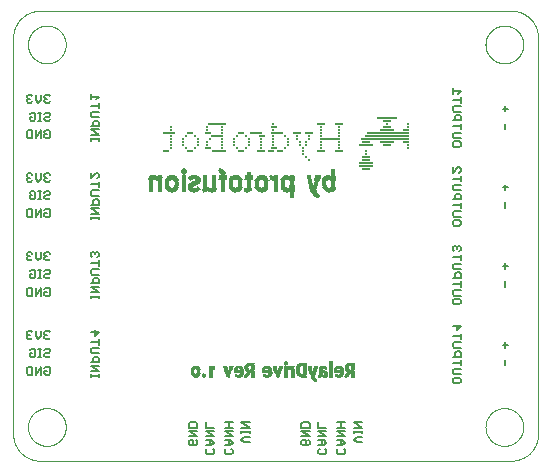
<source format=gbo>
G75*
%MOIN*%
%OFA0B0*%
%FSLAX25Y25*%
%IPPOS*%
%LPD*%
%AMOC8*
5,1,8,0,0,1.08239X$1,22.5*
%
%ADD10C,0.00000*%
%ADD11C,0.00500*%
%ADD12R,0.03000X0.01000*%
%ADD13R,0.05000X0.01000*%
%ADD14R,0.01000X0.01000*%
%ADD15R,0.02000X0.01000*%
%ADD16R,0.16000X0.01000*%
%ADD17R,0.07000X0.01000*%
%ADD18R,0.15000X0.01000*%
%ADD19R,0.04000X0.01000*%
%ADD20R,0.14000X0.01000*%
%ADD21R,0.06000X0.01000*%
%ADD22R,0.00140X0.00070*%
%ADD23R,0.00490X0.00070*%
%ADD24R,0.00700X0.00070*%
%ADD25R,0.01610X0.00070*%
%ADD26R,0.00910X0.00070*%
%ADD27R,0.01050X0.00070*%
%ADD28R,0.01610X0.00070*%
%ADD29R,0.01260X0.00070*%
%ADD30R,0.01400X0.00070*%
%ADD31R,0.01470X0.00070*%
%ADD32R,0.01680X0.00070*%
%ADD33R,0.01750X0.00070*%
%ADD34R,0.01820X0.00070*%
%ADD35R,0.01960X0.00070*%
%ADD36R,0.01960X0.00070*%
%ADD37R,0.02030X0.00070*%
%ADD38R,0.02170X0.00070*%
%ADD39R,0.02240X0.00070*%
%ADD40R,0.02240X0.00070*%
%ADD41R,0.02100X0.00070*%
%ADD42R,0.02030X0.00070*%
%ADD43R,0.01890X0.00070*%
%ADD44R,0.01750X0.00070*%
%ADD45R,0.01680X0.00070*%
%ADD46R,0.00770X0.00070*%
%ADD47R,0.01680X0.00070*%
%ADD48R,0.00210X0.00070*%
%ADD49R,0.01190X0.00070*%
%ADD50R,0.01330X0.00070*%
%ADD51R,0.01400X0.00070*%
%ADD52R,0.00420X0.00070*%
%ADD53R,0.01680X0.00070*%
%ADD54R,0.01540X0.00070*%
%ADD55R,0.01540X0.00070*%
%ADD56R,0.01610X0.00070*%
%ADD57R,0.00630X0.00070*%
%ADD58R,0.01820X0.00070*%
%ADD59R,0.02240X0.00070*%
%ADD60R,0.01610X0.00070*%
%ADD61R,0.01890X0.00070*%
%ADD62R,0.01890X0.00070*%
%ADD63R,0.00840X0.00070*%
%ADD64R,0.02170X0.00070*%
%ADD65R,0.01540X0.00070*%
%ADD66R,0.02590X0.00070*%
%ADD67R,0.01960X0.00070*%
%ADD68R,0.02310X0.00070*%
%ADD69R,0.02100X0.00070*%
%ADD70R,0.00910X0.00070*%
%ADD71R,0.02450X0.00070*%
%ADD72R,0.02310X0.00070*%
%ADD73R,0.02870X0.00070*%
%ADD74R,0.03780X0.00070*%
%ADD75R,0.02520X0.00070*%
%ADD76R,0.02520X0.00070*%
%ADD77R,0.02380X0.00070*%
%ADD78R,0.01050X0.00070*%
%ADD79R,0.02730X0.00070*%
%ADD80R,0.03080X0.00070*%
%ADD81R,0.03850X0.00070*%
%ADD82R,0.02310X0.00070*%
%ADD83R,0.02660X0.00070*%
%ADD84R,0.02590X0.00070*%
%ADD85R,0.01120X0.00070*%
%ADD86R,0.02940X0.00070*%
%ADD87R,0.03220X0.00070*%
%ADD88R,0.01820X0.00070*%
%ADD89R,0.03920X0.00070*%
%ADD90R,0.02870X0.00070*%
%ADD91R,0.02730X0.00070*%
%ADD92R,0.01260X0.00070*%
%ADD93R,0.03150X0.00070*%
%ADD94R,0.03430X0.00070*%
%ADD95R,0.01820X0.00070*%
%ADD96R,0.03990X0.00070*%
%ADD97R,0.03010X0.00070*%
%ADD98R,0.02310X0.00070*%
%ADD99R,0.02940X0.00070*%
%ADD100R,0.03360X0.00070*%
%ADD101R,0.03010X0.00070*%
%ADD102R,0.03640X0.00070*%
%ADD103R,0.04060X0.00070*%
%ADD104R,0.02380X0.00070*%
%ADD105R,0.04410X0.00070*%
%ADD106R,0.03500X0.00070*%
%ADD107R,0.03780X0.00070*%
%ADD108R,0.04130X0.00070*%
%ADD109R,0.03290X0.00070*%
%ADD110R,0.04550X0.00070*%
%ADD111R,0.03640X0.00070*%
%ADD112R,0.03290X0.00070*%
%ADD113R,0.03920X0.00070*%
%ADD114R,0.04200X0.00070*%
%ADD115R,0.02380X0.00070*%
%ADD116R,0.03710X0.00070*%
%ADD117R,0.03990X0.00070*%
%ADD118R,0.02030X0.00070*%
%ADD119R,0.04200X0.00070*%
%ADD120R,0.03570X0.00070*%
%ADD121R,0.02380X0.00070*%
%ADD122R,0.04620X0.00070*%
%ADD123R,0.03710X0.00070*%
%ADD124R,0.04060X0.00070*%
%ADD125R,0.04270X0.00070*%
%ADD126R,0.03640X0.00070*%
%ADD127R,0.02170X0.00070*%
%ADD128R,0.04340X0.00070*%
%ADD129R,0.03780X0.00070*%
%ADD130R,0.04480X0.00070*%
%ADD131R,0.03710X0.00070*%
%ADD132R,0.02170X0.00070*%
%ADD133R,0.04340X0.00070*%
%ADD134R,0.04410X0.00070*%
%ADD135R,0.04410X0.00070*%
%ADD136R,0.03920X0.00070*%
%ADD137R,0.04480X0.00070*%
%ADD138R,0.03710X0.00070*%
%ADD139R,0.03640X0.00070*%
%ADD140R,0.03990X0.00070*%
%ADD141R,0.04060X0.00070*%
%ADD142R,0.01330X0.00070*%
%ADD143R,0.00140X0.00070*%
%ADD144R,0.02240X0.00070*%
%ADD145R,0.02450X0.00070*%
%ADD146R,0.01960X0.00070*%
%ADD147R,0.02520X0.00070*%
%ADD148R,0.00560X0.00070*%
%ADD149R,0.00350X0.00070*%
%ADD150R,0.00140X0.00070*%
%ADD151R,0.01540X0.00070*%
%ADD152R,0.00070X0.00070*%
%ADD153R,0.02730X0.00070*%
%ADD154R,0.02870X0.00070*%
%ADD155R,0.01470X0.00070*%
%ADD156R,0.01470X0.00070*%
%ADD157R,0.02800X0.00070*%
%ADD158R,0.01470X0.00070*%
%ADD159R,0.03010X0.00070*%
%ADD160R,0.03080X0.00070*%
%ADD161R,0.02940X0.00070*%
%ADD162R,0.02870X0.00070*%
%ADD163R,0.02730X0.00070*%
%ADD164R,0.00280X0.00070*%
%ADD165R,0.00560X0.00070*%
%ADD166R,0.04480X0.00070*%
%ADD167R,0.01190X0.00070*%
%ADD168R,0.04480X0.00070*%
%ADD169R,0.03990X0.00070*%
%ADD170R,0.02800X0.00070*%
%ADD171R,0.03850X0.00070*%
%ADD172R,0.03920X0.00070*%
%ADD173R,0.04270X0.00070*%
%ADD174R,0.03570X0.00070*%
%ADD175R,0.03500X0.00070*%
%ADD176R,0.04340X0.00070*%
%ADD177R,0.04130X0.00070*%
%ADD178R,0.03430X0.00070*%
%ADD179R,0.03360X0.00070*%
%ADD180R,0.04340X0.00070*%
%ADD181R,0.03150X0.00070*%
%ADD182R,0.03360X0.00070*%
%ADD183R,0.03290X0.00070*%
%ADD184R,0.03010X0.00070*%
%ADD185R,0.02660X0.00070*%
%ADD186R,0.01120X0.00070*%
%ADD187R,0.00980X0.00070*%
%ADD188R,0.02030X0.00070*%
%ADD189R,0.00980X0.00070*%
%ADD190R,0.00630X0.00070*%
%ADD191R,0.01330X0.00070*%
%ADD192R,0.01120X0.00070*%
%ADD193R,0.00490X0.00070*%
%ADD194R,0.00280X0.00070*%
%ADD195R,0.00630X0.00070*%
%ADD196R,0.00840X0.00070*%
%ADD197R,0.00770X0.00070*%
%ADD198R,0.00100X0.00050*%
%ADD199R,0.00300X0.00050*%
%ADD200R,0.00500X0.00050*%
%ADD201R,0.00650X0.00050*%
%ADD202R,0.00750X0.00050*%
%ADD203R,0.00900X0.00050*%
%ADD204R,0.01000X0.00050*%
%ADD205R,0.01050X0.00050*%
%ADD206R,0.01150X0.00050*%
%ADD207R,0.01200X0.00050*%
%ADD208R,0.01250X0.00050*%
%ADD209R,0.01300X0.00050*%
%ADD210R,0.01400X0.00050*%
%ADD211R,0.01450X0.00050*%
%ADD212R,0.01550X0.00050*%
%ADD213R,0.01500X0.00050*%
%ADD214R,0.01100X0.00050*%
%ADD215R,0.00550X0.00050*%
%ADD216R,0.00450X0.00050*%
%ADD217R,0.00350X0.00050*%
%ADD218R,0.00950X0.00050*%
%ADD219R,0.00850X0.00050*%
%ADD220R,0.00600X0.00050*%
%ADD221R,0.01600X0.00050*%
%ADD222R,0.00800X0.00050*%
%ADD223R,0.01950X0.00050*%
%ADD224R,0.01700X0.00050*%
%ADD225R,0.02150X0.00050*%
%ADD226R,0.01650X0.00050*%
%ADD227R,0.01850X0.00050*%
%ADD228R,0.02250X0.00050*%
%ADD229R,0.01900X0.00050*%
%ADD230R,0.01750X0.00050*%
%ADD231R,0.02000X0.00050*%
%ADD232R,0.02400X0.00050*%
%ADD233R,0.02050X0.00050*%
%ADD234R,0.02450X0.00050*%
%ADD235R,0.01800X0.00050*%
%ADD236R,0.02550X0.00050*%
%ADD237R,0.02300X0.00050*%
%ADD238R,0.02600X0.00050*%
%ADD239R,0.02500X0.00050*%
%ADD240R,0.01350X0.00050*%
%ADD241R,0.02650X0.00050*%
%ADD242R,0.03050X0.00050*%
%ADD243R,0.02750X0.00050*%
%ADD244R,0.03100X0.00050*%
%ADD245R,0.02800X0.00050*%
%ADD246R,0.02350X0.00050*%
%ADD247R,0.02900X0.00050*%
%ADD248R,0.02850X0.00050*%
%ADD249R,0.02950X0.00050*%
%ADD250R,0.03000X0.00050*%
%ADD251R,0.00200X0.00050*%
%ADD252R,0.00050X0.00050*%
%ADD253R,0.03200X0.00050*%
%ADD254R,0.03250X0.00050*%
%ADD255R,0.02100X0.00050*%
%ADD256R,0.02700X0.00050*%
%ADD257R,0.03150X0.00050*%
%ADD258R,0.00150X0.00050*%
%ADD259R,0.00700X0.00050*%
D10*
X0079000Y0097500D02*
X0236000Y0097500D01*
X0236217Y0097503D01*
X0236435Y0097511D01*
X0236652Y0097524D01*
X0236869Y0097542D01*
X0237085Y0097566D01*
X0237300Y0097594D01*
X0237515Y0097628D01*
X0237729Y0097668D01*
X0237942Y0097712D01*
X0238154Y0097762D01*
X0238364Y0097816D01*
X0238574Y0097876D01*
X0238781Y0097940D01*
X0238987Y0098010D01*
X0239191Y0098085D01*
X0239394Y0098164D01*
X0239594Y0098249D01*
X0239793Y0098338D01*
X0239989Y0098432D01*
X0240183Y0098531D01*
X0240374Y0098634D01*
X0240563Y0098742D01*
X0240749Y0098855D01*
X0240932Y0098972D01*
X0241113Y0099093D01*
X0241290Y0099219D01*
X0241464Y0099349D01*
X0241636Y0099483D01*
X0241804Y0099621D01*
X0241968Y0099763D01*
X0242129Y0099910D01*
X0242287Y0100060D01*
X0242440Y0100213D01*
X0242590Y0100371D01*
X0242737Y0100532D01*
X0242879Y0100696D01*
X0243017Y0100864D01*
X0243151Y0101036D01*
X0243281Y0101210D01*
X0243407Y0101387D01*
X0243528Y0101568D01*
X0243645Y0101751D01*
X0243758Y0101937D01*
X0243866Y0102126D01*
X0243969Y0102317D01*
X0244068Y0102511D01*
X0244162Y0102707D01*
X0244251Y0102906D01*
X0244336Y0103106D01*
X0244415Y0103309D01*
X0244490Y0103513D01*
X0244560Y0103719D01*
X0244624Y0103926D01*
X0244684Y0104136D01*
X0244738Y0104346D01*
X0244788Y0104558D01*
X0244832Y0104771D01*
X0244872Y0104985D01*
X0244906Y0105200D01*
X0244934Y0105415D01*
X0244958Y0105631D01*
X0244976Y0105848D01*
X0244989Y0106065D01*
X0244997Y0106283D01*
X0245000Y0106500D01*
X0245000Y0238500D01*
X0244997Y0238717D01*
X0244989Y0238935D01*
X0244976Y0239152D01*
X0244958Y0239369D01*
X0244934Y0239585D01*
X0244906Y0239800D01*
X0244872Y0240015D01*
X0244832Y0240229D01*
X0244788Y0240442D01*
X0244738Y0240654D01*
X0244684Y0240864D01*
X0244624Y0241074D01*
X0244560Y0241281D01*
X0244490Y0241487D01*
X0244415Y0241691D01*
X0244336Y0241894D01*
X0244251Y0242094D01*
X0244162Y0242293D01*
X0244068Y0242489D01*
X0243969Y0242683D01*
X0243866Y0242874D01*
X0243758Y0243063D01*
X0243645Y0243249D01*
X0243528Y0243432D01*
X0243407Y0243613D01*
X0243281Y0243790D01*
X0243151Y0243964D01*
X0243017Y0244136D01*
X0242879Y0244304D01*
X0242737Y0244468D01*
X0242590Y0244629D01*
X0242440Y0244787D01*
X0242287Y0244940D01*
X0242129Y0245090D01*
X0241968Y0245237D01*
X0241804Y0245379D01*
X0241636Y0245517D01*
X0241464Y0245651D01*
X0241290Y0245781D01*
X0241113Y0245907D01*
X0240932Y0246028D01*
X0240749Y0246145D01*
X0240563Y0246258D01*
X0240374Y0246366D01*
X0240183Y0246469D01*
X0239989Y0246568D01*
X0239793Y0246662D01*
X0239594Y0246751D01*
X0239394Y0246836D01*
X0239191Y0246915D01*
X0238987Y0246990D01*
X0238781Y0247060D01*
X0238574Y0247124D01*
X0238364Y0247184D01*
X0238154Y0247238D01*
X0237942Y0247288D01*
X0237729Y0247332D01*
X0237515Y0247372D01*
X0237300Y0247406D01*
X0237085Y0247434D01*
X0236869Y0247458D01*
X0236652Y0247476D01*
X0236435Y0247489D01*
X0236217Y0247497D01*
X0236000Y0247500D01*
X0079000Y0247500D01*
X0078783Y0247497D01*
X0078565Y0247489D01*
X0078348Y0247476D01*
X0078131Y0247458D01*
X0077915Y0247434D01*
X0077700Y0247406D01*
X0077485Y0247372D01*
X0077271Y0247332D01*
X0077058Y0247288D01*
X0076846Y0247238D01*
X0076636Y0247184D01*
X0076426Y0247124D01*
X0076219Y0247060D01*
X0076013Y0246990D01*
X0075809Y0246915D01*
X0075606Y0246836D01*
X0075406Y0246751D01*
X0075207Y0246662D01*
X0075011Y0246568D01*
X0074817Y0246469D01*
X0074626Y0246366D01*
X0074437Y0246258D01*
X0074251Y0246145D01*
X0074068Y0246028D01*
X0073887Y0245907D01*
X0073710Y0245781D01*
X0073536Y0245651D01*
X0073364Y0245517D01*
X0073196Y0245379D01*
X0073032Y0245237D01*
X0072871Y0245090D01*
X0072713Y0244940D01*
X0072560Y0244787D01*
X0072410Y0244629D01*
X0072263Y0244468D01*
X0072121Y0244304D01*
X0071983Y0244136D01*
X0071849Y0243964D01*
X0071719Y0243790D01*
X0071593Y0243613D01*
X0071472Y0243432D01*
X0071355Y0243249D01*
X0071242Y0243063D01*
X0071134Y0242874D01*
X0071031Y0242683D01*
X0070932Y0242489D01*
X0070838Y0242293D01*
X0070749Y0242094D01*
X0070664Y0241894D01*
X0070585Y0241691D01*
X0070510Y0241487D01*
X0070440Y0241281D01*
X0070376Y0241074D01*
X0070316Y0240864D01*
X0070262Y0240654D01*
X0070212Y0240442D01*
X0070168Y0240229D01*
X0070128Y0240015D01*
X0070094Y0239800D01*
X0070066Y0239585D01*
X0070042Y0239369D01*
X0070024Y0239152D01*
X0070011Y0238935D01*
X0070003Y0238717D01*
X0070000Y0238500D01*
X0070000Y0106500D01*
X0070003Y0106283D01*
X0070011Y0106065D01*
X0070024Y0105848D01*
X0070042Y0105631D01*
X0070066Y0105415D01*
X0070094Y0105200D01*
X0070128Y0104985D01*
X0070168Y0104771D01*
X0070212Y0104558D01*
X0070262Y0104346D01*
X0070316Y0104136D01*
X0070376Y0103926D01*
X0070440Y0103719D01*
X0070510Y0103513D01*
X0070585Y0103309D01*
X0070664Y0103106D01*
X0070749Y0102906D01*
X0070838Y0102707D01*
X0070932Y0102511D01*
X0071031Y0102317D01*
X0071134Y0102126D01*
X0071242Y0101937D01*
X0071355Y0101751D01*
X0071472Y0101568D01*
X0071593Y0101387D01*
X0071719Y0101210D01*
X0071849Y0101036D01*
X0071983Y0100864D01*
X0072121Y0100696D01*
X0072263Y0100532D01*
X0072410Y0100371D01*
X0072560Y0100213D01*
X0072713Y0100060D01*
X0072871Y0099910D01*
X0073032Y0099763D01*
X0073196Y0099621D01*
X0073364Y0099483D01*
X0073536Y0099349D01*
X0073710Y0099219D01*
X0073887Y0099093D01*
X0074068Y0098972D01*
X0074251Y0098855D01*
X0074437Y0098742D01*
X0074626Y0098634D01*
X0074817Y0098531D01*
X0075011Y0098432D01*
X0075207Y0098338D01*
X0075406Y0098249D01*
X0075606Y0098164D01*
X0075809Y0098085D01*
X0076013Y0098010D01*
X0076219Y0097940D01*
X0076426Y0097876D01*
X0076636Y0097816D01*
X0076846Y0097762D01*
X0077058Y0097712D01*
X0077271Y0097668D01*
X0077485Y0097628D01*
X0077700Y0097594D01*
X0077915Y0097566D01*
X0078131Y0097542D01*
X0078348Y0097524D01*
X0078565Y0097511D01*
X0078783Y0097503D01*
X0079000Y0097500D01*
X0074951Y0108750D02*
X0074953Y0108908D01*
X0074959Y0109066D01*
X0074969Y0109224D01*
X0074983Y0109382D01*
X0075001Y0109539D01*
X0075022Y0109696D01*
X0075048Y0109852D01*
X0075078Y0110008D01*
X0075111Y0110163D01*
X0075149Y0110316D01*
X0075190Y0110469D01*
X0075235Y0110621D01*
X0075284Y0110772D01*
X0075337Y0110921D01*
X0075393Y0111069D01*
X0075453Y0111215D01*
X0075517Y0111360D01*
X0075585Y0111503D01*
X0075656Y0111645D01*
X0075730Y0111785D01*
X0075808Y0111922D01*
X0075890Y0112058D01*
X0075974Y0112192D01*
X0076063Y0112323D01*
X0076154Y0112452D01*
X0076249Y0112579D01*
X0076346Y0112704D01*
X0076447Y0112826D01*
X0076551Y0112945D01*
X0076658Y0113062D01*
X0076768Y0113176D01*
X0076881Y0113287D01*
X0076996Y0113396D01*
X0077114Y0113501D01*
X0077235Y0113603D01*
X0077358Y0113703D01*
X0077484Y0113799D01*
X0077612Y0113892D01*
X0077742Y0113982D01*
X0077875Y0114068D01*
X0078010Y0114152D01*
X0078146Y0114231D01*
X0078285Y0114308D01*
X0078426Y0114380D01*
X0078568Y0114450D01*
X0078712Y0114515D01*
X0078858Y0114577D01*
X0079005Y0114635D01*
X0079154Y0114690D01*
X0079304Y0114741D01*
X0079455Y0114788D01*
X0079607Y0114831D01*
X0079760Y0114870D01*
X0079915Y0114906D01*
X0080070Y0114937D01*
X0080226Y0114965D01*
X0080382Y0114989D01*
X0080539Y0115009D01*
X0080697Y0115025D01*
X0080854Y0115037D01*
X0081013Y0115045D01*
X0081171Y0115049D01*
X0081329Y0115049D01*
X0081487Y0115045D01*
X0081646Y0115037D01*
X0081803Y0115025D01*
X0081961Y0115009D01*
X0082118Y0114989D01*
X0082274Y0114965D01*
X0082430Y0114937D01*
X0082585Y0114906D01*
X0082740Y0114870D01*
X0082893Y0114831D01*
X0083045Y0114788D01*
X0083196Y0114741D01*
X0083346Y0114690D01*
X0083495Y0114635D01*
X0083642Y0114577D01*
X0083788Y0114515D01*
X0083932Y0114450D01*
X0084074Y0114380D01*
X0084215Y0114308D01*
X0084354Y0114231D01*
X0084490Y0114152D01*
X0084625Y0114068D01*
X0084758Y0113982D01*
X0084888Y0113892D01*
X0085016Y0113799D01*
X0085142Y0113703D01*
X0085265Y0113603D01*
X0085386Y0113501D01*
X0085504Y0113396D01*
X0085619Y0113287D01*
X0085732Y0113176D01*
X0085842Y0113062D01*
X0085949Y0112945D01*
X0086053Y0112826D01*
X0086154Y0112704D01*
X0086251Y0112579D01*
X0086346Y0112452D01*
X0086437Y0112323D01*
X0086526Y0112192D01*
X0086610Y0112058D01*
X0086692Y0111922D01*
X0086770Y0111785D01*
X0086844Y0111645D01*
X0086915Y0111503D01*
X0086983Y0111360D01*
X0087047Y0111215D01*
X0087107Y0111069D01*
X0087163Y0110921D01*
X0087216Y0110772D01*
X0087265Y0110621D01*
X0087310Y0110469D01*
X0087351Y0110316D01*
X0087389Y0110163D01*
X0087422Y0110008D01*
X0087452Y0109852D01*
X0087478Y0109696D01*
X0087499Y0109539D01*
X0087517Y0109382D01*
X0087531Y0109224D01*
X0087541Y0109066D01*
X0087547Y0108908D01*
X0087549Y0108750D01*
X0087547Y0108592D01*
X0087541Y0108434D01*
X0087531Y0108276D01*
X0087517Y0108118D01*
X0087499Y0107961D01*
X0087478Y0107804D01*
X0087452Y0107648D01*
X0087422Y0107492D01*
X0087389Y0107337D01*
X0087351Y0107184D01*
X0087310Y0107031D01*
X0087265Y0106879D01*
X0087216Y0106728D01*
X0087163Y0106579D01*
X0087107Y0106431D01*
X0087047Y0106285D01*
X0086983Y0106140D01*
X0086915Y0105997D01*
X0086844Y0105855D01*
X0086770Y0105715D01*
X0086692Y0105578D01*
X0086610Y0105442D01*
X0086526Y0105308D01*
X0086437Y0105177D01*
X0086346Y0105048D01*
X0086251Y0104921D01*
X0086154Y0104796D01*
X0086053Y0104674D01*
X0085949Y0104555D01*
X0085842Y0104438D01*
X0085732Y0104324D01*
X0085619Y0104213D01*
X0085504Y0104104D01*
X0085386Y0103999D01*
X0085265Y0103897D01*
X0085142Y0103797D01*
X0085016Y0103701D01*
X0084888Y0103608D01*
X0084758Y0103518D01*
X0084625Y0103432D01*
X0084490Y0103348D01*
X0084354Y0103269D01*
X0084215Y0103192D01*
X0084074Y0103120D01*
X0083932Y0103050D01*
X0083788Y0102985D01*
X0083642Y0102923D01*
X0083495Y0102865D01*
X0083346Y0102810D01*
X0083196Y0102759D01*
X0083045Y0102712D01*
X0082893Y0102669D01*
X0082740Y0102630D01*
X0082585Y0102594D01*
X0082430Y0102563D01*
X0082274Y0102535D01*
X0082118Y0102511D01*
X0081961Y0102491D01*
X0081803Y0102475D01*
X0081646Y0102463D01*
X0081487Y0102455D01*
X0081329Y0102451D01*
X0081171Y0102451D01*
X0081013Y0102455D01*
X0080854Y0102463D01*
X0080697Y0102475D01*
X0080539Y0102491D01*
X0080382Y0102511D01*
X0080226Y0102535D01*
X0080070Y0102563D01*
X0079915Y0102594D01*
X0079760Y0102630D01*
X0079607Y0102669D01*
X0079455Y0102712D01*
X0079304Y0102759D01*
X0079154Y0102810D01*
X0079005Y0102865D01*
X0078858Y0102923D01*
X0078712Y0102985D01*
X0078568Y0103050D01*
X0078426Y0103120D01*
X0078285Y0103192D01*
X0078146Y0103269D01*
X0078010Y0103348D01*
X0077875Y0103432D01*
X0077742Y0103518D01*
X0077612Y0103608D01*
X0077484Y0103701D01*
X0077358Y0103797D01*
X0077235Y0103897D01*
X0077114Y0103999D01*
X0076996Y0104104D01*
X0076881Y0104213D01*
X0076768Y0104324D01*
X0076658Y0104438D01*
X0076551Y0104555D01*
X0076447Y0104674D01*
X0076346Y0104796D01*
X0076249Y0104921D01*
X0076154Y0105048D01*
X0076063Y0105177D01*
X0075974Y0105308D01*
X0075890Y0105442D01*
X0075808Y0105578D01*
X0075730Y0105715D01*
X0075656Y0105855D01*
X0075585Y0105997D01*
X0075517Y0106140D01*
X0075453Y0106285D01*
X0075393Y0106431D01*
X0075337Y0106579D01*
X0075284Y0106728D01*
X0075235Y0106879D01*
X0075190Y0107031D01*
X0075149Y0107184D01*
X0075111Y0107337D01*
X0075078Y0107492D01*
X0075048Y0107648D01*
X0075022Y0107804D01*
X0075001Y0107961D01*
X0074983Y0108118D01*
X0074969Y0108276D01*
X0074959Y0108434D01*
X0074953Y0108592D01*
X0074951Y0108750D01*
X0074951Y0236250D02*
X0074953Y0236408D01*
X0074959Y0236566D01*
X0074969Y0236724D01*
X0074983Y0236882D01*
X0075001Y0237039D01*
X0075022Y0237196D01*
X0075048Y0237352D01*
X0075078Y0237508D01*
X0075111Y0237663D01*
X0075149Y0237816D01*
X0075190Y0237969D01*
X0075235Y0238121D01*
X0075284Y0238272D01*
X0075337Y0238421D01*
X0075393Y0238569D01*
X0075453Y0238715D01*
X0075517Y0238860D01*
X0075585Y0239003D01*
X0075656Y0239145D01*
X0075730Y0239285D01*
X0075808Y0239422D01*
X0075890Y0239558D01*
X0075974Y0239692D01*
X0076063Y0239823D01*
X0076154Y0239952D01*
X0076249Y0240079D01*
X0076346Y0240204D01*
X0076447Y0240326D01*
X0076551Y0240445D01*
X0076658Y0240562D01*
X0076768Y0240676D01*
X0076881Y0240787D01*
X0076996Y0240896D01*
X0077114Y0241001D01*
X0077235Y0241103D01*
X0077358Y0241203D01*
X0077484Y0241299D01*
X0077612Y0241392D01*
X0077742Y0241482D01*
X0077875Y0241568D01*
X0078010Y0241652D01*
X0078146Y0241731D01*
X0078285Y0241808D01*
X0078426Y0241880D01*
X0078568Y0241950D01*
X0078712Y0242015D01*
X0078858Y0242077D01*
X0079005Y0242135D01*
X0079154Y0242190D01*
X0079304Y0242241D01*
X0079455Y0242288D01*
X0079607Y0242331D01*
X0079760Y0242370D01*
X0079915Y0242406D01*
X0080070Y0242437D01*
X0080226Y0242465D01*
X0080382Y0242489D01*
X0080539Y0242509D01*
X0080697Y0242525D01*
X0080854Y0242537D01*
X0081013Y0242545D01*
X0081171Y0242549D01*
X0081329Y0242549D01*
X0081487Y0242545D01*
X0081646Y0242537D01*
X0081803Y0242525D01*
X0081961Y0242509D01*
X0082118Y0242489D01*
X0082274Y0242465D01*
X0082430Y0242437D01*
X0082585Y0242406D01*
X0082740Y0242370D01*
X0082893Y0242331D01*
X0083045Y0242288D01*
X0083196Y0242241D01*
X0083346Y0242190D01*
X0083495Y0242135D01*
X0083642Y0242077D01*
X0083788Y0242015D01*
X0083932Y0241950D01*
X0084074Y0241880D01*
X0084215Y0241808D01*
X0084354Y0241731D01*
X0084490Y0241652D01*
X0084625Y0241568D01*
X0084758Y0241482D01*
X0084888Y0241392D01*
X0085016Y0241299D01*
X0085142Y0241203D01*
X0085265Y0241103D01*
X0085386Y0241001D01*
X0085504Y0240896D01*
X0085619Y0240787D01*
X0085732Y0240676D01*
X0085842Y0240562D01*
X0085949Y0240445D01*
X0086053Y0240326D01*
X0086154Y0240204D01*
X0086251Y0240079D01*
X0086346Y0239952D01*
X0086437Y0239823D01*
X0086526Y0239692D01*
X0086610Y0239558D01*
X0086692Y0239422D01*
X0086770Y0239285D01*
X0086844Y0239145D01*
X0086915Y0239003D01*
X0086983Y0238860D01*
X0087047Y0238715D01*
X0087107Y0238569D01*
X0087163Y0238421D01*
X0087216Y0238272D01*
X0087265Y0238121D01*
X0087310Y0237969D01*
X0087351Y0237816D01*
X0087389Y0237663D01*
X0087422Y0237508D01*
X0087452Y0237352D01*
X0087478Y0237196D01*
X0087499Y0237039D01*
X0087517Y0236882D01*
X0087531Y0236724D01*
X0087541Y0236566D01*
X0087547Y0236408D01*
X0087549Y0236250D01*
X0087547Y0236092D01*
X0087541Y0235934D01*
X0087531Y0235776D01*
X0087517Y0235618D01*
X0087499Y0235461D01*
X0087478Y0235304D01*
X0087452Y0235148D01*
X0087422Y0234992D01*
X0087389Y0234837D01*
X0087351Y0234684D01*
X0087310Y0234531D01*
X0087265Y0234379D01*
X0087216Y0234228D01*
X0087163Y0234079D01*
X0087107Y0233931D01*
X0087047Y0233785D01*
X0086983Y0233640D01*
X0086915Y0233497D01*
X0086844Y0233355D01*
X0086770Y0233215D01*
X0086692Y0233078D01*
X0086610Y0232942D01*
X0086526Y0232808D01*
X0086437Y0232677D01*
X0086346Y0232548D01*
X0086251Y0232421D01*
X0086154Y0232296D01*
X0086053Y0232174D01*
X0085949Y0232055D01*
X0085842Y0231938D01*
X0085732Y0231824D01*
X0085619Y0231713D01*
X0085504Y0231604D01*
X0085386Y0231499D01*
X0085265Y0231397D01*
X0085142Y0231297D01*
X0085016Y0231201D01*
X0084888Y0231108D01*
X0084758Y0231018D01*
X0084625Y0230932D01*
X0084490Y0230848D01*
X0084354Y0230769D01*
X0084215Y0230692D01*
X0084074Y0230620D01*
X0083932Y0230550D01*
X0083788Y0230485D01*
X0083642Y0230423D01*
X0083495Y0230365D01*
X0083346Y0230310D01*
X0083196Y0230259D01*
X0083045Y0230212D01*
X0082893Y0230169D01*
X0082740Y0230130D01*
X0082585Y0230094D01*
X0082430Y0230063D01*
X0082274Y0230035D01*
X0082118Y0230011D01*
X0081961Y0229991D01*
X0081803Y0229975D01*
X0081646Y0229963D01*
X0081487Y0229955D01*
X0081329Y0229951D01*
X0081171Y0229951D01*
X0081013Y0229955D01*
X0080854Y0229963D01*
X0080697Y0229975D01*
X0080539Y0229991D01*
X0080382Y0230011D01*
X0080226Y0230035D01*
X0080070Y0230063D01*
X0079915Y0230094D01*
X0079760Y0230130D01*
X0079607Y0230169D01*
X0079455Y0230212D01*
X0079304Y0230259D01*
X0079154Y0230310D01*
X0079005Y0230365D01*
X0078858Y0230423D01*
X0078712Y0230485D01*
X0078568Y0230550D01*
X0078426Y0230620D01*
X0078285Y0230692D01*
X0078146Y0230769D01*
X0078010Y0230848D01*
X0077875Y0230932D01*
X0077742Y0231018D01*
X0077612Y0231108D01*
X0077484Y0231201D01*
X0077358Y0231297D01*
X0077235Y0231397D01*
X0077114Y0231499D01*
X0076996Y0231604D01*
X0076881Y0231713D01*
X0076768Y0231824D01*
X0076658Y0231938D01*
X0076551Y0232055D01*
X0076447Y0232174D01*
X0076346Y0232296D01*
X0076249Y0232421D01*
X0076154Y0232548D01*
X0076063Y0232677D01*
X0075974Y0232808D01*
X0075890Y0232942D01*
X0075808Y0233078D01*
X0075730Y0233215D01*
X0075656Y0233355D01*
X0075585Y0233497D01*
X0075517Y0233640D01*
X0075453Y0233785D01*
X0075393Y0233931D01*
X0075337Y0234079D01*
X0075284Y0234228D01*
X0075235Y0234379D01*
X0075190Y0234531D01*
X0075149Y0234684D01*
X0075111Y0234837D01*
X0075078Y0234992D01*
X0075048Y0235148D01*
X0075022Y0235304D01*
X0075001Y0235461D01*
X0074983Y0235618D01*
X0074969Y0235776D01*
X0074959Y0235934D01*
X0074953Y0236092D01*
X0074951Y0236250D01*
X0227451Y0236250D02*
X0227453Y0236408D01*
X0227459Y0236566D01*
X0227469Y0236724D01*
X0227483Y0236882D01*
X0227501Y0237039D01*
X0227522Y0237196D01*
X0227548Y0237352D01*
X0227578Y0237508D01*
X0227611Y0237663D01*
X0227649Y0237816D01*
X0227690Y0237969D01*
X0227735Y0238121D01*
X0227784Y0238272D01*
X0227837Y0238421D01*
X0227893Y0238569D01*
X0227953Y0238715D01*
X0228017Y0238860D01*
X0228085Y0239003D01*
X0228156Y0239145D01*
X0228230Y0239285D01*
X0228308Y0239422D01*
X0228390Y0239558D01*
X0228474Y0239692D01*
X0228563Y0239823D01*
X0228654Y0239952D01*
X0228749Y0240079D01*
X0228846Y0240204D01*
X0228947Y0240326D01*
X0229051Y0240445D01*
X0229158Y0240562D01*
X0229268Y0240676D01*
X0229381Y0240787D01*
X0229496Y0240896D01*
X0229614Y0241001D01*
X0229735Y0241103D01*
X0229858Y0241203D01*
X0229984Y0241299D01*
X0230112Y0241392D01*
X0230242Y0241482D01*
X0230375Y0241568D01*
X0230510Y0241652D01*
X0230646Y0241731D01*
X0230785Y0241808D01*
X0230926Y0241880D01*
X0231068Y0241950D01*
X0231212Y0242015D01*
X0231358Y0242077D01*
X0231505Y0242135D01*
X0231654Y0242190D01*
X0231804Y0242241D01*
X0231955Y0242288D01*
X0232107Y0242331D01*
X0232260Y0242370D01*
X0232415Y0242406D01*
X0232570Y0242437D01*
X0232726Y0242465D01*
X0232882Y0242489D01*
X0233039Y0242509D01*
X0233197Y0242525D01*
X0233354Y0242537D01*
X0233513Y0242545D01*
X0233671Y0242549D01*
X0233829Y0242549D01*
X0233987Y0242545D01*
X0234146Y0242537D01*
X0234303Y0242525D01*
X0234461Y0242509D01*
X0234618Y0242489D01*
X0234774Y0242465D01*
X0234930Y0242437D01*
X0235085Y0242406D01*
X0235240Y0242370D01*
X0235393Y0242331D01*
X0235545Y0242288D01*
X0235696Y0242241D01*
X0235846Y0242190D01*
X0235995Y0242135D01*
X0236142Y0242077D01*
X0236288Y0242015D01*
X0236432Y0241950D01*
X0236574Y0241880D01*
X0236715Y0241808D01*
X0236854Y0241731D01*
X0236990Y0241652D01*
X0237125Y0241568D01*
X0237258Y0241482D01*
X0237388Y0241392D01*
X0237516Y0241299D01*
X0237642Y0241203D01*
X0237765Y0241103D01*
X0237886Y0241001D01*
X0238004Y0240896D01*
X0238119Y0240787D01*
X0238232Y0240676D01*
X0238342Y0240562D01*
X0238449Y0240445D01*
X0238553Y0240326D01*
X0238654Y0240204D01*
X0238751Y0240079D01*
X0238846Y0239952D01*
X0238937Y0239823D01*
X0239026Y0239692D01*
X0239110Y0239558D01*
X0239192Y0239422D01*
X0239270Y0239285D01*
X0239344Y0239145D01*
X0239415Y0239003D01*
X0239483Y0238860D01*
X0239547Y0238715D01*
X0239607Y0238569D01*
X0239663Y0238421D01*
X0239716Y0238272D01*
X0239765Y0238121D01*
X0239810Y0237969D01*
X0239851Y0237816D01*
X0239889Y0237663D01*
X0239922Y0237508D01*
X0239952Y0237352D01*
X0239978Y0237196D01*
X0239999Y0237039D01*
X0240017Y0236882D01*
X0240031Y0236724D01*
X0240041Y0236566D01*
X0240047Y0236408D01*
X0240049Y0236250D01*
X0240047Y0236092D01*
X0240041Y0235934D01*
X0240031Y0235776D01*
X0240017Y0235618D01*
X0239999Y0235461D01*
X0239978Y0235304D01*
X0239952Y0235148D01*
X0239922Y0234992D01*
X0239889Y0234837D01*
X0239851Y0234684D01*
X0239810Y0234531D01*
X0239765Y0234379D01*
X0239716Y0234228D01*
X0239663Y0234079D01*
X0239607Y0233931D01*
X0239547Y0233785D01*
X0239483Y0233640D01*
X0239415Y0233497D01*
X0239344Y0233355D01*
X0239270Y0233215D01*
X0239192Y0233078D01*
X0239110Y0232942D01*
X0239026Y0232808D01*
X0238937Y0232677D01*
X0238846Y0232548D01*
X0238751Y0232421D01*
X0238654Y0232296D01*
X0238553Y0232174D01*
X0238449Y0232055D01*
X0238342Y0231938D01*
X0238232Y0231824D01*
X0238119Y0231713D01*
X0238004Y0231604D01*
X0237886Y0231499D01*
X0237765Y0231397D01*
X0237642Y0231297D01*
X0237516Y0231201D01*
X0237388Y0231108D01*
X0237258Y0231018D01*
X0237125Y0230932D01*
X0236990Y0230848D01*
X0236854Y0230769D01*
X0236715Y0230692D01*
X0236574Y0230620D01*
X0236432Y0230550D01*
X0236288Y0230485D01*
X0236142Y0230423D01*
X0235995Y0230365D01*
X0235846Y0230310D01*
X0235696Y0230259D01*
X0235545Y0230212D01*
X0235393Y0230169D01*
X0235240Y0230130D01*
X0235085Y0230094D01*
X0234930Y0230063D01*
X0234774Y0230035D01*
X0234618Y0230011D01*
X0234461Y0229991D01*
X0234303Y0229975D01*
X0234146Y0229963D01*
X0233987Y0229955D01*
X0233829Y0229951D01*
X0233671Y0229951D01*
X0233513Y0229955D01*
X0233354Y0229963D01*
X0233197Y0229975D01*
X0233039Y0229991D01*
X0232882Y0230011D01*
X0232726Y0230035D01*
X0232570Y0230063D01*
X0232415Y0230094D01*
X0232260Y0230130D01*
X0232107Y0230169D01*
X0231955Y0230212D01*
X0231804Y0230259D01*
X0231654Y0230310D01*
X0231505Y0230365D01*
X0231358Y0230423D01*
X0231212Y0230485D01*
X0231068Y0230550D01*
X0230926Y0230620D01*
X0230785Y0230692D01*
X0230646Y0230769D01*
X0230510Y0230848D01*
X0230375Y0230932D01*
X0230242Y0231018D01*
X0230112Y0231108D01*
X0229984Y0231201D01*
X0229858Y0231297D01*
X0229735Y0231397D01*
X0229614Y0231499D01*
X0229496Y0231604D01*
X0229381Y0231713D01*
X0229268Y0231824D01*
X0229158Y0231938D01*
X0229051Y0232055D01*
X0228947Y0232174D01*
X0228846Y0232296D01*
X0228749Y0232421D01*
X0228654Y0232548D01*
X0228563Y0232677D01*
X0228474Y0232808D01*
X0228390Y0232942D01*
X0228308Y0233078D01*
X0228230Y0233215D01*
X0228156Y0233355D01*
X0228085Y0233497D01*
X0228017Y0233640D01*
X0227953Y0233785D01*
X0227893Y0233931D01*
X0227837Y0234079D01*
X0227784Y0234228D01*
X0227735Y0234379D01*
X0227690Y0234531D01*
X0227649Y0234684D01*
X0227611Y0234837D01*
X0227578Y0234992D01*
X0227548Y0235148D01*
X0227522Y0235304D01*
X0227501Y0235461D01*
X0227483Y0235618D01*
X0227469Y0235776D01*
X0227459Y0235934D01*
X0227453Y0236092D01*
X0227451Y0236250D01*
X0227451Y0108750D02*
X0227453Y0108908D01*
X0227459Y0109066D01*
X0227469Y0109224D01*
X0227483Y0109382D01*
X0227501Y0109539D01*
X0227522Y0109696D01*
X0227548Y0109852D01*
X0227578Y0110008D01*
X0227611Y0110163D01*
X0227649Y0110316D01*
X0227690Y0110469D01*
X0227735Y0110621D01*
X0227784Y0110772D01*
X0227837Y0110921D01*
X0227893Y0111069D01*
X0227953Y0111215D01*
X0228017Y0111360D01*
X0228085Y0111503D01*
X0228156Y0111645D01*
X0228230Y0111785D01*
X0228308Y0111922D01*
X0228390Y0112058D01*
X0228474Y0112192D01*
X0228563Y0112323D01*
X0228654Y0112452D01*
X0228749Y0112579D01*
X0228846Y0112704D01*
X0228947Y0112826D01*
X0229051Y0112945D01*
X0229158Y0113062D01*
X0229268Y0113176D01*
X0229381Y0113287D01*
X0229496Y0113396D01*
X0229614Y0113501D01*
X0229735Y0113603D01*
X0229858Y0113703D01*
X0229984Y0113799D01*
X0230112Y0113892D01*
X0230242Y0113982D01*
X0230375Y0114068D01*
X0230510Y0114152D01*
X0230646Y0114231D01*
X0230785Y0114308D01*
X0230926Y0114380D01*
X0231068Y0114450D01*
X0231212Y0114515D01*
X0231358Y0114577D01*
X0231505Y0114635D01*
X0231654Y0114690D01*
X0231804Y0114741D01*
X0231955Y0114788D01*
X0232107Y0114831D01*
X0232260Y0114870D01*
X0232415Y0114906D01*
X0232570Y0114937D01*
X0232726Y0114965D01*
X0232882Y0114989D01*
X0233039Y0115009D01*
X0233197Y0115025D01*
X0233354Y0115037D01*
X0233513Y0115045D01*
X0233671Y0115049D01*
X0233829Y0115049D01*
X0233987Y0115045D01*
X0234146Y0115037D01*
X0234303Y0115025D01*
X0234461Y0115009D01*
X0234618Y0114989D01*
X0234774Y0114965D01*
X0234930Y0114937D01*
X0235085Y0114906D01*
X0235240Y0114870D01*
X0235393Y0114831D01*
X0235545Y0114788D01*
X0235696Y0114741D01*
X0235846Y0114690D01*
X0235995Y0114635D01*
X0236142Y0114577D01*
X0236288Y0114515D01*
X0236432Y0114450D01*
X0236574Y0114380D01*
X0236715Y0114308D01*
X0236854Y0114231D01*
X0236990Y0114152D01*
X0237125Y0114068D01*
X0237258Y0113982D01*
X0237388Y0113892D01*
X0237516Y0113799D01*
X0237642Y0113703D01*
X0237765Y0113603D01*
X0237886Y0113501D01*
X0238004Y0113396D01*
X0238119Y0113287D01*
X0238232Y0113176D01*
X0238342Y0113062D01*
X0238449Y0112945D01*
X0238553Y0112826D01*
X0238654Y0112704D01*
X0238751Y0112579D01*
X0238846Y0112452D01*
X0238937Y0112323D01*
X0239026Y0112192D01*
X0239110Y0112058D01*
X0239192Y0111922D01*
X0239270Y0111785D01*
X0239344Y0111645D01*
X0239415Y0111503D01*
X0239483Y0111360D01*
X0239547Y0111215D01*
X0239607Y0111069D01*
X0239663Y0110921D01*
X0239716Y0110772D01*
X0239765Y0110621D01*
X0239810Y0110469D01*
X0239851Y0110316D01*
X0239889Y0110163D01*
X0239922Y0110008D01*
X0239952Y0109852D01*
X0239978Y0109696D01*
X0239999Y0109539D01*
X0240017Y0109382D01*
X0240031Y0109224D01*
X0240041Y0109066D01*
X0240047Y0108908D01*
X0240049Y0108750D01*
X0240047Y0108592D01*
X0240041Y0108434D01*
X0240031Y0108276D01*
X0240017Y0108118D01*
X0239999Y0107961D01*
X0239978Y0107804D01*
X0239952Y0107648D01*
X0239922Y0107492D01*
X0239889Y0107337D01*
X0239851Y0107184D01*
X0239810Y0107031D01*
X0239765Y0106879D01*
X0239716Y0106728D01*
X0239663Y0106579D01*
X0239607Y0106431D01*
X0239547Y0106285D01*
X0239483Y0106140D01*
X0239415Y0105997D01*
X0239344Y0105855D01*
X0239270Y0105715D01*
X0239192Y0105578D01*
X0239110Y0105442D01*
X0239026Y0105308D01*
X0238937Y0105177D01*
X0238846Y0105048D01*
X0238751Y0104921D01*
X0238654Y0104796D01*
X0238553Y0104674D01*
X0238449Y0104555D01*
X0238342Y0104438D01*
X0238232Y0104324D01*
X0238119Y0104213D01*
X0238004Y0104104D01*
X0237886Y0103999D01*
X0237765Y0103897D01*
X0237642Y0103797D01*
X0237516Y0103701D01*
X0237388Y0103608D01*
X0237258Y0103518D01*
X0237125Y0103432D01*
X0236990Y0103348D01*
X0236854Y0103269D01*
X0236715Y0103192D01*
X0236574Y0103120D01*
X0236432Y0103050D01*
X0236288Y0102985D01*
X0236142Y0102923D01*
X0235995Y0102865D01*
X0235846Y0102810D01*
X0235696Y0102759D01*
X0235545Y0102712D01*
X0235393Y0102669D01*
X0235240Y0102630D01*
X0235085Y0102594D01*
X0234930Y0102563D01*
X0234774Y0102535D01*
X0234618Y0102511D01*
X0234461Y0102491D01*
X0234303Y0102475D01*
X0234146Y0102463D01*
X0233987Y0102455D01*
X0233829Y0102451D01*
X0233671Y0102451D01*
X0233513Y0102455D01*
X0233354Y0102463D01*
X0233197Y0102475D01*
X0233039Y0102491D01*
X0232882Y0102511D01*
X0232726Y0102535D01*
X0232570Y0102563D01*
X0232415Y0102594D01*
X0232260Y0102630D01*
X0232107Y0102669D01*
X0231955Y0102712D01*
X0231804Y0102759D01*
X0231654Y0102810D01*
X0231505Y0102865D01*
X0231358Y0102923D01*
X0231212Y0102985D01*
X0231068Y0103050D01*
X0230926Y0103120D01*
X0230785Y0103192D01*
X0230646Y0103269D01*
X0230510Y0103348D01*
X0230375Y0103432D01*
X0230242Y0103518D01*
X0230112Y0103608D01*
X0229984Y0103701D01*
X0229858Y0103797D01*
X0229735Y0103897D01*
X0229614Y0103999D01*
X0229496Y0104104D01*
X0229381Y0104213D01*
X0229268Y0104324D01*
X0229158Y0104438D01*
X0229051Y0104555D01*
X0228947Y0104674D01*
X0228846Y0104796D01*
X0228749Y0104921D01*
X0228654Y0105048D01*
X0228563Y0105177D01*
X0228474Y0105308D01*
X0228390Y0105442D01*
X0228308Y0105578D01*
X0228230Y0105715D01*
X0228156Y0105855D01*
X0228085Y0105997D01*
X0228017Y0106140D01*
X0227953Y0106285D01*
X0227893Y0106431D01*
X0227837Y0106579D01*
X0227784Y0106728D01*
X0227735Y0106879D01*
X0227690Y0107031D01*
X0227649Y0107184D01*
X0227611Y0107337D01*
X0227578Y0107492D01*
X0227548Y0107648D01*
X0227522Y0107804D01*
X0227501Y0107961D01*
X0227483Y0108118D01*
X0227469Y0108276D01*
X0227459Y0108434D01*
X0227453Y0108592D01*
X0227451Y0108750D01*
D11*
X0218752Y0123375D02*
X0216950Y0123375D01*
X0216500Y0123825D01*
X0216500Y0124726D01*
X0216950Y0125177D01*
X0218752Y0125177D01*
X0219202Y0124726D01*
X0219202Y0123825D01*
X0218752Y0123375D01*
X0219202Y0126322D02*
X0216950Y0126322D01*
X0216500Y0126772D01*
X0216500Y0127673D01*
X0216950Y0128123D01*
X0219202Y0128123D01*
X0219202Y0129268D02*
X0219202Y0131070D01*
X0219202Y0130169D02*
X0216500Y0130169D01*
X0216500Y0132215D02*
X0219202Y0132215D01*
X0219202Y0133566D01*
X0218752Y0134016D01*
X0217851Y0134016D01*
X0217401Y0133566D01*
X0217401Y0132215D01*
X0216950Y0135161D02*
X0216500Y0135611D01*
X0216500Y0136512D01*
X0216950Y0136963D01*
X0219202Y0136963D01*
X0219202Y0138108D02*
X0219202Y0139909D01*
X0219202Y0139008D02*
X0216500Y0139008D01*
X0217851Y0141054D02*
X0217851Y0142856D01*
X0216500Y0142405D02*
X0219202Y0142405D01*
X0217851Y0141054D01*
X0216950Y0135161D02*
X0219202Y0135161D01*
X0233200Y0136106D02*
X0235002Y0136106D01*
X0234101Y0135206D02*
X0234101Y0137007D01*
X0234101Y0131114D02*
X0234101Y0129312D01*
X0218752Y0149625D02*
X0216950Y0149625D01*
X0216500Y0150075D01*
X0216500Y0150976D01*
X0216950Y0151427D01*
X0218752Y0151427D01*
X0219202Y0150976D01*
X0219202Y0150075D01*
X0218752Y0149625D01*
X0219202Y0152572D02*
X0216950Y0152572D01*
X0216500Y0153022D01*
X0216500Y0153923D01*
X0216950Y0154373D01*
X0219202Y0154373D01*
X0219202Y0155518D02*
X0219202Y0157320D01*
X0219202Y0156419D02*
X0216500Y0156419D01*
X0216500Y0158465D02*
X0219202Y0158465D01*
X0219202Y0159816D01*
X0218752Y0160266D01*
X0217851Y0160266D01*
X0217401Y0159816D01*
X0217401Y0158465D01*
X0216950Y0161411D02*
X0216500Y0161861D01*
X0216500Y0162762D01*
X0216950Y0163213D01*
X0219202Y0163213D01*
X0219202Y0164358D02*
X0219202Y0166159D01*
X0219202Y0165258D02*
X0216500Y0165258D01*
X0216950Y0167304D02*
X0216500Y0167754D01*
X0216500Y0168655D01*
X0216950Y0169106D01*
X0217401Y0169106D01*
X0217851Y0168655D01*
X0217851Y0168205D01*
X0217851Y0168655D02*
X0218302Y0169106D01*
X0218752Y0169106D01*
X0219202Y0168655D01*
X0219202Y0167754D01*
X0218752Y0167304D01*
X0219202Y0161411D02*
X0216950Y0161411D01*
X0216950Y0175875D02*
X0216500Y0176325D01*
X0216500Y0177226D01*
X0216950Y0177677D01*
X0218752Y0177677D01*
X0219202Y0177226D01*
X0219202Y0176325D01*
X0218752Y0175875D01*
X0216950Y0175875D01*
X0216950Y0178822D02*
X0216500Y0179272D01*
X0216500Y0180173D01*
X0216950Y0180623D01*
X0219202Y0180623D01*
X0219202Y0181768D02*
X0219202Y0183570D01*
X0219202Y0182669D02*
X0216500Y0182669D01*
X0216500Y0184715D02*
X0219202Y0184715D01*
X0219202Y0186066D01*
X0218752Y0186516D01*
X0217851Y0186516D01*
X0217401Y0186066D01*
X0217401Y0184715D01*
X0216950Y0187661D02*
X0216500Y0188111D01*
X0216500Y0189012D01*
X0216950Y0189463D01*
X0219202Y0189463D01*
X0219202Y0190608D02*
X0219202Y0192409D01*
X0219202Y0191508D02*
X0216500Y0191508D01*
X0216500Y0193554D02*
X0218302Y0195356D01*
X0218752Y0195356D01*
X0219202Y0194905D01*
X0219202Y0194004D01*
X0218752Y0193554D01*
X0216500Y0193554D02*
X0216500Y0195356D01*
X0216950Y0202125D02*
X0216500Y0202575D01*
X0216500Y0203476D01*
X0216950Y0203927D01*
X0218752Y0203927D01*
X0219202Y0203476D01*
X0219202Y0202575D01*
X0218752Y0202125D01*
X0216950Y0202125D01*
X0216950Y0205072D02*
X0216500Y0205522D01*
X0216500Y0206423D01*
X0216950Y0206873D01*
X0219202Y0206873D01*
X0219202Y0208018D02*
X0219202Y0209820D01*
X0219202Y0208919D02*
X0216500Y0208919D01*
X0216500Y0210965D02*
X0219202Y0210965D01*
X0219202Y0212316D01*
X0218752Y0212766D01*
X0217851Y0212766D01*
X0217401Y0212316D01*
X0217401Y0210965D01*
X0216950Y0213911D02*
X0216500Y0214361D01*
X0216500Y0215262D01*
X0216950Y0215713D01*
X0219202Y0215713D01*
X0219202Y0216858D02*
X0219202Y0218659D01*
X0219202Y0217758D02*
X0216500Y0217758D01*
X0216500Y0219804D02*
X0216500Y0221606D01*
X0216500Y0220705D02*
X0219202Y0220705D01*
X0218302Y0219804D01*
X0219202Y0213911D02*
X0216950Y0213911D01*
X0216950Y0205072D02*
X0219202Y0205072D01*
X0233200Y0214856D02*
X0235002Y0214856D01*
X0234101Y0213956D02*
X0234101Y0215757D01*
X0234101Y0209864D02*
X0234101Y0208062D01*
X0234101Y0189507D02*
X0234101Y0187706D01*
X0235002Y0188606D02*
X0233200Y0188606D01*
X0234101Y0183614D02*
X0234101Y0181812D01*
X0219202Y0178822D02*
X0216950Y0178822D01*
X0216950Y0187661D02*
X0219202Y0187661D01*
X0234101Y0163257D02*
X0234101Y0161456D01*
X0235002Y0162356D02*
X0233200Y0162356D01*
X0234101Y0157364D02*
X0234101Y0155563D01*
X0186315Y0110355D02*
X0183612Y0110355D01*
X0186315Y0108553D01*
X0183612Y0108553D01*
X0183612Y0107490D02*
X0183612Y0106589D01*
X0183612Y0107040D02*
X0186315Y0107040D01*
X0186315Y0107490D02*
X0186315Y0106589D01*
X0186315Y0105444D02*
X0184513Y0105444D01*
X0183612Y0104543D01*
X0184513Y0103643D01*
X0186315Y0103643D01*
X0180690Y0103561D02*
X0179789Y0104462D01*
X0177987Y0104462D01*
X0177987Y0105607D02*
X0180690Y0105607D01*
X0177987Y0107409D01*
X0180690Y0107409D01*
X0180690Y0108553D02*
X0177987Y0108553D01*
X0179339Y0108553D02*
X0179339Y0110355D01*
X0180690Y0110355D02*
X0177987Y0110355D01*
X0174440Y0108553D02*
X0171738Y0108553D01*
X0171738Y0110355D01*
X0171738Y0107409D02*
X0174440Y0107409D01*
X0174440Y0105607D02*
X0171738Y0105607D01*
X0171738Y0104462D02*
X0173539Y0104462D01*
X0174440Y0103561D01*
X0173539Y0102660D01*
X0171738Y0102660D01*
X0172188Y0101515D02*
X0171738Y0101065D01*
X0171738Y0100164D01*
X0172188Y0099714D01*
X0173989Y0099714D01*
X0174440Y0100164D01*
X0174440Y0101065D01*
X0173989Y0101515D01*
X0173089Y0102660D02*
X0173089Y0104462D01*
X0174440Y0105607D02*
X0171738Y0107409D01*
X0168815Y0107409D02*
X0166113Y0107409D01*
X0168815Y0105607D01*
X0166113Y0105607D01*
X0166563Y0104462D02*
X0167464Y0104462D01*
X0167464Y0103561D01*
X0168364Y0102660D02*
X0166563Y0102660D01*
X0166113Y0103111D01*
X0166113Y0104012D01*
X0166563Y0104462D01*
X0168364Y0104462D02*
X0168815Y0104012D01*
X0168815Y0103111D01*
X0168364Y0102660D01*
X0168815Y0108553D02*
X0166113Y0108553D01*
X0166113Y0109905D01*
X0166563Y0110355D01*
X0168364Y0110355D01*
X0168815Y0109905D01*
X0168815Y0108553D01*
X0177987Y0102660D02*
X0179789Y0102660D01*
X0180690Y0103561D01*
X0179339Y0102660D02*
X0179339Y0104462D01*
X0180239Y0101515D02*
X0180690Y0101065D01*
X0180690Y0100164D01*
X0180239Y0099714D01*
X0178438Y0099714D01*
X0177987Y0100164D01*
X0177987Y0101065D01*
X0178438Y0101515D01*
X0148815Y0103643D02*
X0147013Y0103643D01*
X0146113Y0104543D01*
X0147013Y0105444D01*
X0148815Y0105444D01*
X0148815Y0106589D02*
X0148815Y0107490D01*
X0148815Y0107040D02*
X0146113Y0107040D01*
X0146113Y0107490D02*
X0146113Y0106589D01*
X0146113Y0108553D02*
X0148815Y0108553D01*
X0146113Y0110355D01*
X0148815Y0110355D01*
X0143190Y0110355D02*
X0140488Y0110355D01*
X0141839Y0110355D02*
X0141839Y0108553D01*
X0140488Y0108553D02*
X0143190Y0108553D01*
X0143190Y0107409D02*
X0140488Y0107409D01*
X0143190Y0105607D01*
X0140488Y0105607D01*
X0140488Y0104462D02*
X0142289Y0104462D01*
X0143190Y0103561D01*
X0142289Y0102660D01*
X0140488Y0102660D01*
X0140938Y0101515D02*
X0140488Y0101065D01*
X0140488Y0100164D01*
X0140938Y0099714D01*
X0142739Y0099714D01*
X0143190Y0100164D01*
X0143190Y0101065D01*
X0142739Y0101515D01*
X0141839Y0102660D02*
X0141839Y0104462D01*
X0136940Y0103561D02*
X0136039Y0104462D01*
X0134238Y0104462D01*
X0134238Y0105607D02*
X0136940Y0105607D01*
X0134238Y0107409D01*
X0136940Y0107409D01*
X0136940Y0108553D02*
X0134238Y0108553D01*
X0134238Y0110355D01*
X0131315Y0109905D02*
X0131315Y0108553D01*
X0128612Y0108553D01*
X0128612Y0109905D01*
X0129063Y0110355D01*
X0130864Y0110355D01*
X0131315Y0109905D01*
X0131315Y0107409D02*
X0128612Y0107409D01*
X0131315Y0105607D01*
X0128612Y0105607D01*
X0129063Y0104462D02*
X0129964Y0104462D01*
X0129964Y0103561D01*
X0130864Y0102660D02*
X0129063Y0102660D01*
X0128612Y0103111D01*
X0128612Y0104012D01*
X0129063Y0104462D01*
X0130864Y0104462D02*
X0131315Y0104012D01*
X0131315Y0103111D01*
X0130864Y0102660D01*
X0134238Y0102660D02*
X0136039Y0102660D01*
X0136940Y0103561D01*
X0135589Y0102660D02*
X0135589Y0104462D01*
X0136489Y0101515D02*
X0136940Y0101065D01*
X0136940Y0100164D01*
X0136489Y0099714D01*
X0134688Y0099714D01*
X0134238Y0100164D01*
X0134238Y0101065D01*
X0134688Y0101515D01*
X0098502Y0125428D02*
X0098502Y0126329D01*
X0098502Y0125878D02*
X0095800Y0125878D01*
X0095800Y0125428D02*
X0095800Y0126329D01*
X0095800Y0127392D02*
X0098502Y0127392D01*
X0095800Y0129194D01*
X0098502Y0129194D01*
X0098502Y0130339D02*
X0095800Y0130339D01*
X0096701Y0130339D02*
X0096701Y0131690D01*
X0097151Y0132140D01*
X0098052Y0132140D01*
X0098502Y0131690D01*
X0098502Y0130339D01*
X0098502Y0133285D02*
X0096250Y0133285D01*
X0095800Y0133736D01*
X0095800Y0134637D01*
X0096250Y0135087D01*
X0098502Y0135087D01*
X0098502Y0136232D02*
X0098502Y0138034D01*
X0098502Y0137133D02*
X0095800Y0137133D01*
X0097151Y0139178D02*
X0097151Y0140980D01*
X0095800Y0140530D02*
X0098502Y0140530D01*
X0097151Y0139178D01*
X0095800Y0151678D02*
X0095800Y0152579D01*
X0095800Y0152128D02*
X0098502Y0152128D01*
X0098502Y0151678D02*
X0098502Y0152579D01*
X0098502Y0153642D02*
X0095800Y0153642D01*
X0095800Y0155444D02*
X0098502Y0155444D01*
X0098502Y0156589D02*
X0098502Y0157940D01*
X0098052Y0158390D01*
X0097151Y0158390D01*
X0096701Y0157940D01*
X0096701Y0156589D01*
X0095800Y0156589D02*
X0098502Y0156589D01*
X0095800Y0155444D02*
X0098502Y0153642D01*
X0098502Y0159535D02*
X0096250Y0159535D01*
X0095800Y0159986D01*
X0095800Y0160887D01*
X0096250Y0161337D01*
X0098502Y0161337D01*
X0098502Y0162482D02*
X0098502Y0164284D01*
X0098502Y0163383D02*
X0095800Y0163383D01*
X0096250Y0165428D02*
X0095800Y0165879D01*
X0095800Y0166780D01*
X0096250Y0167230D01*
X0096701Y0167230D01*
X0097151Y0166780D01*
X0097151Y0166329D01*
X0097151Y0166780D02*
X0097602Y0167230D01*
X0098052Y0167230D01*
X0098502Y0166780D01*
X0098502Y0165879D01*
X0098052Y0165428D01*
X0098502Y0177928D02*
X0098502Y0178829D01*
X0098502Y0178378D02*
X0095800Y0178378D01*
X0095800Y0177928D02*
X0095800Y0178829D01*
X0095800Y0179892D02*
X0098502Y0179892D01*
X0095800Y0181694D01*
X0098502Y0181694D01*
X0098502Y0182839D02*
X0098502Y0184190D01*
X0098052Y0184640D01*
X0097151Y0184640D01*
X0096701Y0184190D01*
X0096701Y0182839D01*
X0095800Y0182839D02*
X0098502Y0182839D01*
X0098502Y0185785D02*
X0096250Y0185785D01*
X0095800Y0186236D01*
X0095800Y0187137D01*
X0096250Y0187587D01*
X0098502Y0187587D01*
X0098502Y0188732D02*
X0098502Y0190534D01*
X0098502Y0189633D02*
X0095800Y0189633D01*
X0095800Y0191678D02*
X0097602Y0193480D01*
X0098052Y0193480D01*
X0098502Y0193030D01*
X0098502Y0192129D01*
X0098052Y0191678D01*
X0095800Y0191678D02*
X0095800Y0193480D01*
X0095800Y0204178D02*
X0095800Y0205079D01*
X0095800Y0204628D02*
X0098502Y0204628D01*
X0098502Y0204178D02*
X0098502Y0205079D01*
X0098502Y0206142D02*
X0095800Y0207944D01*
X0098502Y0207944D01*
X0098502Y0209089D02*
X0095800Y0209089D01*
X0096701Y0209089D02*
X0096701Y0210440D01*
X0097151Y0210890D01*
X0098052Y0210890D01*
X0098502Y0210440D01*
X0098502Y0209089D01*
X0098502Y0212035D02*
X0096250Y0212035D01*
X0095800Y0212486D01*
X0095800Y0213387D01*
X0096250Y0213837D01*
X0098502Y0213837D01*
X0098502Y0214982D02*
X0098502Y0216784D01*
X0098502Y0215883D02*
X0095800Y0215883D01*
X0095800Y0217928D02*
X0095800Y0219730D01*
X0095800Y0218829D02*
X0098502Y0218829D01*
X0097602Y0217928D01*
X0098502Y0206142D02*
X0095800Y0206142D01*
X0082250Y0205388D02*
X0081800Y0204937D01*
X0080899Y0204937D01*
X0080448Y0205388D01*
X0080448Y0206289D01*
X0081349Y0206289D01*
X0080448Y0207189D02*
X0080899Y0207640D01*
X0081800Y0207640D01*
X0082250Y0207189D01*
X0082250Y0205388D01*
X0079303Y0204937D02*
X0079303Y0207640D01*
X0077502Y0204937D01*
X0077502Y0207640D01*
X0076357Y0207640D02*
X0075006Y0207640D01*
X0074555Y0207189D01*
X0074555Y0205388D01*
X0075006Y0204937D01*
X0076357Y0204937D01*
X0076357Y0207640D01*
X0075988Y0210875D02*
X0075538Y0211325D01*
X0075538Y0212226D01*
X0076438Y0212226D01*
X0075538Y0213127D02*
X0075988Y0213577D01*
X0076889Y0213577D01*
X0077339Y0213127D01*
X0077339Y0211325D01*
X0076889Y0210875D01*
X0075988Y0210875D01*
X0078403Y0210875D02*
X0079303Y0210875D01*
X0078853Y0210875D02*
X0078853Y0213577D01*
X0079303Y0213577D02*
X0078403Y0213577D01*
X0080448Y0213127D02*
X0080899Y0213577D01*
X0081800Y0213577D01*
X0082250Y0213127D01*
X0082250Y0212677D01*
X0081800Y0212226D01*
X0080899Y0212226D01*
X0080448Y0211776D01*
X0080448Y0211325D01*
X0080899Y0210875D01*
X0081800Y0210875D01*
X0082250Y0211325D01*
X0081800Y0216812D02*
X0080899Y0216812D01*
X0080448Y0217263D01*
X0080448Y0217713D01*
X0080899Y0218164D01*
X0081349Y0218164D01*
X0080899Y0218164D02*
X0080448Y0218614D01*
X0080448Y0219064D01*
X0080899Y0219515D01*
X0081800Y0219515D01*
X0082250Y0219064D01*
X0082250Y0217263D02*
X0081800Y0216812D01*
X0079303Y0217713D02*
X0079303Y0219515D01*
X0077502Y0219515D02*
X0077502Y0217713D01*
X0078403Y0216812D01*
X0079303Y0217713D01*
X0076357Y0217263D02*
X0075907Y0216812D01*
X0075006Y0216812D01*
X0074555Y0217263D01*
X0074555Y0217713D01*
X0075006Y0218164D01*
X0075456Y0218164D01*
X0075006Y0218164D02*
X0074555Y0218614D01*
X0074555Y0219064D01*
X0075006Y0219515D01*
X0075907Y0219515D01*
X0076357Y0219064D01*
X0075907Y0193265D02*
X0075006Y0193265D01*
X0074555Y0192814D01*
X0074555Y0192364D01*
X0075006Y0191914D01*
X0074555Y0191463D01*
X0074555Y0191013D01*
X0075006Y0190562D01*
X0075907Y0190562D01*
X0076357Y0191013D01*
X0077502Y0191463D02*
X0077502Y0193265D01*
X0076357Y0192814D02*
X0075907Y0193265D01*
X0075456Y0191914D02*
X0075006Y0191914D01*
X0077502Y0191463D02*
X0078403Y0190562D01*
X0079303Y0191463D01*
X0079303Y0193265D01*
X0080448Y0192814D02*
X0080448Y0192364D01*
X0080899Y0191914D01*
X0080448Y0191463D01*
X0080448Y0191013D01*
X0080899Y0190562D01*
X0081800Y0190562D01*
X0082250Y0191013D01*
X0081349Y0191914D02*
X0080899Y0191914D01*
X0080448Y0192814D02*
X0080899Y0193265D01*
X0081800Y0193265D01*
X0082250Y0192814D01*
X0081800Y0187327D02*
X0080899Y0187327D01*
X0080448Y0186877D01*
X0080899Y0185976D02*
X0080448Y0185526D01*
X0080448Y0185075D01*
X0080899Y0184625D01*
X0081800Y0184625D01*
X0082250Y0185075D01*
X0081800Y0185976D02*
X0080899Y0185976D01*
X0081800Y0185976D02*
X0082250Y0186427D01*
X0082250Y0186877D01*
X0081800Y0187327D01*
X0079303Y0187327D02*
X0078403Y0187327D01*
X0078853Y0187327D02*
X0078853Y0184625D01*
X0079303Y0184625D02*
X0078403Y0184625D01*
X0077339Y0185075D02*
X0076889Y0184625D01*
X0075988Y0184625D01*
X0075538Y0185075D01*
X0075538Y0185976D01*
X0076438Y0185976D01*
X0075538Y0186877D02*
X0075988Y0187327D01*
X0076889Y0187327D01*
X0077339Y0186877D01*
X0077339Y0185075D01*
X0077502Y0181390D02*
X0077502Y0178687D01*
X0079303Y0181390D01*
X0079303Y0178687D01*
X0080448Y0179138D02*
X0080448Y0180039D01*
X0081349Y0180039D01*
X0080448Y0180939D02*
X0080899Y0181390D01*
X0081800Y0181390D01*
X0082250Y0180939D01*
X0082250Y0179138D01*
X0081800Y0178687D01*
X0080899Y0178687D01*
X0080448Y0179138D01*
X0076357Y0178687D02*
X0076357Y0181390D01*
X0075006Y0181390D01*
X0074555Y0180939D01*
X0074555Y0179138D01*
X0075006Y0178687D01*
X0076357Y0178687D01*
X0075907Y0167015D02*
X0075006Y0167015D01*
X0074555Y0166564D01*
X0074555Y0166114D01*
X0075006Y0165664D01*
X0074555Y0165213D01*
X0074555Y0164763D01*
X0075006Y0164313D01*
X0075907Y0164313D01*
X0076357Y0164763D01*
X0077502Y0165213D02*
X0077502Y0167015D01*
X0076357Y0166564D02*
X0075907Y0167015D01*
X0075456Y0165664D02*
X0075006Y0165664D01*
X0077502Y0165213D02*
X0078403Y0164313D01*
X0079303Y0165213D01*
X0079303Y0167015D01*
X0080448Y0166564D02*
X0080448Y0166114D01*
X0080899Y0165664D01*
X0080448Y0165213D01*
X0080448Y0164763D01*
X0080899Y0164313D01*
X0081800Y0164313D01*
X0082250Y0164763D01*
X0081349Y0165664D02*
X0080899Y0165664D01*
X0080448Y0166564D02*
X0080899Y0167015D01*
X0081800Y0167015D01*
X0082250Y0166564D01*
X0081800Y0161077D02*
X0080899Y0161077D01*
X0080448Y0160627D01*
X0080899Y0159726D02*
X0080448Y0159276D01*
X0080448Y0158825D01*
X0080899Y0158375D01*
X0081800Y0158375D01*
X0082250Y0158825D01*
X0081800Y0159726D02*
X0080899Y0159726D01*
X0081800Y0159726D02*
X0082250Y0160177D01*
X0082250Y0160627D01*
X0081800Y0161077D01*
X0079303Y0161077D02*
X0078403Y0161077D01*
X0078853Y0161077D02*
X0078853Y0158375D01*
X0079303Y0158375D02*
X0078403Y0158375D01*
X0077339Y0158825D02*
X0076889Y0158375D01*
X0075988Y0158375D01*
X0075538Y0158825D01*
X0075538Y0159726D01*
X0076438Y0159726D01*
X0075538Y0160627D02*
X0075988Y0161077D01*
X0076889Y0161077D01*
X0077339Y0160627D01*
X0077339Y0158825D01*
X0077502Y0155140D02*
X0077502Y0152438D01*
X0079303Y0155140D01*
X0079303Y0152438D01*
X0080448Y0152888D02*
X0080899Y0152438D01*
X0081800Y0152438D01*
X0082250Y0152888D01*
X0082250Y0154689D01*
X0081800Y0155140D01*
X0080899Y0155140D01*
X0080448Y0154689D01*
X0080448Y0153789D02*
X0081349Y0153789D01*
X0080448Y0153789D02*
X0080448Y0152888D01*
X0076357Y0152438D02*
X0075006Y0152438D01*
X0074555Y0152888D01*
X0074555Y0154689D01*
X0075006Y0155140D01*
X0076357Y0155140D01*
X0076357Y0152438D01*
X0075907Y0140765D02*
X0075006Y0140765D01*
X0074555Y0140314D01*
X0074555Y0139864D01*
X0075006Y0139414D01*
X0074555Y0138963D01*
X0074555Y0138513D01*
X0075006Y0138063D01*
X0075907Y0138063D01*
X0076357Y0138513D01*
X0077502Y0138963D02*
X0077502Y0140765D01*
X0076357Y0140314D02*
X0075907Y0140765D01*
X0075456Y0139414D02*
X0075006Y0139414D01*
X0077502Y0138963D02*
X0078403Y0138063D01*
X0079303Y0138963D01*
X0079303Y0140765D01*
X0080448Y0140314D02*
X0080448Y0139864D01*
X0080899Y0139414D01*
X0080448Y0138963D01*
X0080448Y0138513D01*
X0080899Y0138063D01*
X0081800Y0138063D01*
X0082250Y0138513D01*
X0081349Y0139414D02*
X0080899Y0139414D01*
X0080448Y0140314D02*
X0080899Y0140765D01*
X0081800Y0140765D01*
X0082250Y0140314D01*
X0081800Y0134827D02*
X0080899Y0134827D01*
X0080448Y0134377D01*
X0080899Y0133476D02*
X0080448Y0133026D01*
X0080448Y0132575D01*
X0080899Y0132125D01*
X0081800Y0132125D01*
X0082250Y0132575D01*
X0081800Y0133476D02*
X0080899Y0133476D01*
X0081800Y0133476D02*
X0082250Y0133927D01*
X0082250Y0134377D01*
X0081800Y0134827D01*
X0079303Y0134827D02*
X0078403Y0134827D01*
X0078853Y0134827D02*
X0078853Y0132125D01*
X0079303Y0132125D02*
X0078403Y0132125D01*
X0077339Y0132575D02*
X0076889Y0132125D01*
X0075988Y0132125D01*
X0075538Y0132575D01*
X0075538Y0133476D01*
X0076438Y0133476D01*
X0075538Y0134377D02*
X0075988Y0134827D01*
X0076889Y0134827D01*
X0077339Y0134377D01*
X0077339Y0132575D01*
X0077502Y0128890D02*
X0077502Y0126187D01*
X0079303Y0128890D01*
X0079303Y0126187D01*
X0080448Y0126638D02*
X0080448Y0127539D01*
X0081349Y0127539D01*
X0080448Y0128439D02*
X0080899Y0128890D01*
X0081800Y0128890D01*
X0082250Y0128439D01*
X0082250Y0126638D01*
X0081800Y0126187D01*
X0080899Y0126187D01*
X0080448Y0126638D01*
X0076357Y0126187D02*
X0076357Y0128890D01*
X0075006Y0128890D01*
X0074555Y0128439D01*
X0074555Y0126638D01*
X0075006Y0126187D01*
X0076357Y0126187D01*
D12*
X0152550Y0200750D03*
X0164550Y0206750D03*
X0168550Y0206750D03*
X0172550Y0209750D03*
X0178550Y0209750D03*
X0187550Y0203750D03*
X0187550Y0198750D03*
X0187550Y0197750D03*
X0187550Y0194750D03*
X0194550Y0202750D03*
X0194550Y0208750D03*
X0194550Y0210750D03*
X0178550Y0200750D03*
X0172550Y0200750D03*
D13*
X0187550Y0202750D03*
X0187550Y0196750D03*
X0187550Y0195750D03*
X0194550Y0203750D03*
X0194550Y0207750D03*
X0138550Y0200750D03*
D14*
X0139550Y0201750D03*
X0139550Y0202750D03*
X0139550Y0203750D03*
X0139550Y0204750D03*
X0139550Y0206750D03*
X0139550Y0207750D03*
X0139550Y0208750D03*
X0143550Y0204750D03*
X0143550Y0203750D03*
X0143550Y0202750D03*
X0144550Y0201750D03*
X0147550Y0201750D03*
X0148550Y0202750D03*
X0148550Y0203750D03*
X0148550Y0204750D03*
X0147550Y0205750D03*
X0144550Y0205750D03*
X0152550Y0204750D03*
X0152550Y0203750D03*
X0152550Y0202750D03*
X0152550Y0201750D03*
X0156550Y0202750D03*
X0156550Y0203750D03*
X0156550Y0204750D03*
X0156550Y0205750D03*
X0156550Y0207750D03*
X0156550Y0209750D03*
X0160550Y0205750D03*
X0161550Y0204750D03*
X0161550Y0203750D03*
X0161550Y0202750D03*
X0160550Y0201750D03*
X0164550Y0204750D03*
X0164550Y0205750D03*
X0165550Y0203750D03*
X0165550Y0202750D03*
X0166550Y0201750D03*
X0166550Y0200750D03*
X0166550Y0199750D03*
X0167550Y0198750D03*
X0168550Y0197750D03*
X0167550Y0202750D03*
X0167550Y0203750D03*
X0168550Y0204750D03*
X0168550Y0205750D03*
X0172550Y0205750D03*
X0172550Y0206750D03*
X0172550Y0207750D03*
X0172550Y0208750D03*
X0172550Y0203750D03*
X0172550Y0202750D03*
X0172550Y0201750D03*
X0178550Y0201750D03*
X0178550Y0202750D03*
X0178550Y0203750D03*
X0178550Y0205750D03*
X0178550Y0206750D03*
X0178550Y0207750D03*
X0178550Y0208750D03*
X0187550Y0200750D03*
X0187550Y0199750D03*
X0194550Y0209750D03*
X0201550Y0209750D03*
X0201550Y0208750D03*
X0201550Y0202750D03*
X0201550Y0201750D03*
X0135550Y0204750D03*
X0134550Y0203750D03*
X0134550Y0202750D03*
X0131550Y0202750D03*
X0131550Y0203750D03*
X0131550Y0204750D03*
X0130550Y0205750D03*
X0127550Y0205750D03*
X0126550Y0204750D03*
X0126550Y0203750D03*
X0126550Y0202750D03*
X0127550Y0201750D03*
X0130550Y0201750D03*
X0134550Y0207750D03*
X0134550Y0208750D03*
X0122550Y0208750D03*
X0122550Y0207750D03*
X0122550Y0205750D03*
X0122550Y0204750D03*
X0122550Y0203750D03*
X0122550Y0202750D03*
X0122550Y0201750D03*
D15*
X0121050Y0200750D03*
X0129050Y0200750D03*
X0129050Y0206750D03*
X0135050Y0206750D03*
X0135050Y0201750D03*
X0146050Y0200750D03*
X0146050Y0206750D03*
X0153050Y0205750D03*
X0157050Y0208750D03*
X0157050Y0201750D03*
X0156050Y0200750D03*
X0159050Y0200750D03*
X0201050Y0203750D03*
X0201050Y0207750D03*
D16*
X0194050Y0204750D03*
D17*
X0194550Y0211750D03*
X0175550Y0204750D03*
D18*
X0194550Y0205750D03*
D19*
X0158050Y0206750D03*
X0151050Y0206750D03*
X0138050Y0205750D03*
X0122050Y0206750D03*
D20*
X0195050Y0206750D03*
D21*
X0138050Y0209750D03*
D22*
X0171725Y0185000D03*
D23*
X0171620Y0185070D03*
X0129270Y0191020D03*
D24*
X0129305Y0191090D03*
X0130355Y0192490D03*
X0131545Y0188360D03*
X0138965Y0194590D03*
X0161295Y0186890D03*
X0171515Y0185140D03*
D25*
X0170220Y0186960D03*
X0171130Y0190250D03*
X0171270Y0190740D03*
X0171270Y0190810D03*
X0171340Y0190950D03*
X0171340Y0191090D03*
X0171410Y0191300D03*
X0171480Y0191440D03*
X0171480Y0191510D03*
X0171690Y0192210D03*
X0173790Y0190810D03*
X0173790Y0190740D03*
X0173790Y0190600D03*
X0173720Y0190460D03*
X0173720Y0190390D03*
X0173720Y0190250D03*
X0173720Y0190110D03*
X0173720Y0190040D03*
X0173720Y0189900D03*
X0173720Y0189760D03*
X0173720Y0189690D03*
X0173720Y0189550D03*
X0173720Y0189410D03*
X0173720Y0189340D03*
X0173790Y0189060D03*
X0173790Y0188990D03*
X0173860Y0188710D03*
X0176730Y0188710D03*
X0176730Y0188640D03*
X0176730Y0188500D03*
X0176730Y0188360D03*
X0176730Y0188850D03*
X0176730Y0188990D03*
X0176730Y0189060D03*
X0176730Y0189200D03*
X0176730Y0189340D03*
X0176730Y0189410D03*
X0176730Y0189550D03*
X0176730Y0189690D03*
X0176730Y0189760D03*
X0176730Y0189900D03*
X0176730Y0190040D03*
X0176730Y0190110D03*
X0176730Y0190250D03*
X0176730Y0190390D03*
X0176730Y0190460D03*
X0176730Y0190600D03*
X0176730Y0190740D03*
X0176730Y0192140D03*
X0176730Y0192210D03*
X0176730Y0192350D03*
X0176730Y0192490D03*
X0176730Y0192560D03*
X0176730Y0192700D03*
X0176730Y0192840D03*
X0176730Y0192910D03*
X0176730Y0193050D03*
X0176730Y0193190D03*
X0176730Y0193260D03*
X0176730Y0193400D03*
X0176730Y0193540D03*
X0176730Y0193610D03*
X0176730Y0193750D03*
X0176730Y0193890D03*
X0176730Y0193960D03*
X0176730Y0194100D03*
X0176730Y0194240D03*
X0176730Y0194310D03*
X0176730Y0194450D03*
X0168680Y0192210D03*
X0168680Y0192140D03*
X0168680Y0192000D03*
X0163080Y0192000D03*
X0163080Y0192140D03*
X0163080Y0192210D03*
X0163080Y0190740D03*
X0163080Y0190600D03*
X0163080Y0190460D03*
X0163080Y0190390D03*
X0163080Y0190250D03*
X0163080Y0190110D03*
X0163080Y0190040D03*
X0163080Y0189900D03*
X0163080Y0189760D03*
X0163080Y0189690D03*
X0163080Y0189550D03*
X0163080Y0189410D03*
X0163080Y0189340D03*
X0163080Y0189200D03*
X0163080Y0189060D03*
X0163080Y0187100D03*
X0163080Y0186960D03*
X0163080Y0186890D03*
X0163080Y0186750D03*
X0163080Y0186610D03*
X0163080Y0186540D03*
X0163080Y0186400D03*
X0163080Y0186260D03*
X0163080Y0186190D03*
X0163080Y0186050D03*
X0163080Y0185910D03*
X0163080Y0185840D03*
X0163080Y0185700D03*
X0163080Y0185560D03*
X0163080Y0185490D03*
X0163080Y0185350D03*
X0163080Y0185210D03*
X0163080Y0185140D03*
X0160210Y0188290D03*
X0160070Y0188640D03*
X0159930Y0189200D03*
X0159930Y0189340D03*
X0159930Y0189410D03*
X0159930Y0189550D03*
X0159930Y0189690D03*
X0159930Y0189760D03*
X0159930Y0189900D03*
X0159930Y0190040D03*
X0159930Y0190110D03*
X0159930Y0190250D03*
X0160070Y0190740D03*
X0160070Y0190810D03*
X0157480Y0190810D03*
X0157480Y0190740D03*
X0157480Y0190600D03*
X0157480Y0190460D03*
X0157480Y0190390D03*
X0157480Y0190250D03*
X0157480Y0190110D03*
X0157480Y0190040D03*
X0157480Y0189900D03*
X0157480Y0189760D03*
X0157480Y0189690D03*
X0157480Y0189550D03*
X0157480Y0189410D03*
X0157480Y0189340D03*
X0157480Y0189200D03*
X0157480Y0189060D03*
X0157480Y0188990D03*
X0157480Y0188850D03*
X0157480Y0188710D03*
X0157480Y0188640D03*
X0157480Y0188500D03*
X0157480Y0188360D03*
X0157480Y0188290D03*
X0157480Y0188150D03*
X0157480Y0188010D03*
X0157480Y0187940D03*
X0157480Y0187800D03*
X0157480Y0187660D03*
X0157480Y0187590D03*
X0157480Y0187450D03*
X0157480Y0187310D03*
X0157480Y0187240D03*
X0157480Y0187100D03*
X0154190Y0188500D03*
X0154260Y0188710D03*
X0154330Y0188990D03*
X0154330Y0189060D03*
X0154330Y0190390D03*
X0154260Y0190600D03*
X0154190Y0190740D03*
X0154190Y0190810D03*
X0154120Y0190950D03*
X0151460Y0190950D03*
X0151390Y0190810D03*
X0151390Y0190740D03*
X0151320Y0190600D03*
X0151180Y0189900D03*
X0151180Y0189760D03*
X0151180Y0189690D03*
X0151180Y0189550D03*
X0151180Y0189410D03*
X0151320Y0188710D03*
X0151390Y0188640D03*
X0148660Y0188360D03*
X0148660Y0188290D03*
X0145720Y0189200D03*
X0145720Y0189340D03*
X0145720Y0189410D03*
X0145720Y0189550D03*
X0145720Y0189900D03*
X0145720Y0190040D03*
X0145720Y0190110D03*
X0145580Y0190740D03*
X0145510Y0190810D03*
X0145580Y0188710D03*
X0145580Y0188640D03*
X0145510Y0188500D03*
X0142780Y0188500D03*
X0142710Y0188640D03*
X0142640Y0188850D03*
X0142570Y0189200D03*
X0142570Y0190110D03*
X0142570Y0190250D03*
X0142640Y0190460D03*
X0142710Y0190740D03*
X0142710Y0190810D03*
X0148660Y0191090D03*
X0157480Y0192140D03*
X0157480Y0192210D03*
X0136970Y0188360D03*
X0136970Y0188290D03*
X0129130Y0188290D03*
X0129130Y0188710D03*
X0124510Y0189550D03*
X0124510Y0189690D03*
X0124510Y0189760D03*
X0124510Y0189900D03*
X0124440Y0190250D03*
X0124440Y0190390D03*
X0124370Y0190600D03*
X0124230Y0190950D03*
X0124440Y0189060D03*
X0124440Y0188990D03*
X0124370Y0188710D03*
X0121430Y0188710D03*
X0121360Y0188990D03*
X0121360Y0189060D03*
X0121290Y0189410D03*
X0121290Y0189550D03*
X0121290Y0189690D03*
X0121290Y0189760D03*
X0121290Y0189900D03*
X0121360Y0190390D03*
X0121430Y0190600D03*
X0121570Y0190950D03*
X0118840Y0190810D03*
X0118840Y0190740D03*
X0118840Y0190600D03*
X0118840Y0190460D03*
X0118840Y0190390D03*
X0118840Y0190250D03*
X0118840Y0190110D03*
X0118840Y0190040D03*
X0118840Y0189900D03*
X0118840Y0189760D03*
X0118840Y0189690D03*
X0118840Y0189550D03*
X0118840Y0189410D03*
X0118840Y0189340D03*
X0118840Y0189200D03*
X0118840Y0189060D03*
X0118840Y0188990D03*
X0118840Y0188850D03*
X0118840Y0188710D03*
X0118840Y0188640D03*
X0118840Y0188500D03*
X0118840Y0188360D03*
X0118840Y0188290D03*
X0118840Y0188150D03*
X0118840Y0188010D03*
X0118840Y0187940D03*
X0118840Y0187800D03*
X0118840Y0187660D03*
X0118840Y0187590D03*
X0118840Y0187450D03*
X0118840Y0187310D03*
X0118840Y0187240D03*
X0118840Y0187100D03*
X0115970Y0187100D03*
X0115970Y0187240D03*
X0115970Y0187310D03*
X0115970Y0187450D03*
X0115970Y0187590D03*
X0115970Y0187660D03*
X0115970Y0187800D03*
X0115970Y0187940D03*
X0115970Y0188010D03*
X0115970Y0188150D03*
X0115970Y0188290D03*
X0115970Y0188360D03*
X0115970Y0188500D03*
X0115970Y0188640D03*
X0115970Y0188710D03*
X0115970Y0188850D03*
X0115970Y0188990D03*
X0115970Y0189060D03*
X0115970Y0189200D03*
X0115970Y0189340D03*
X0115970Y0189410D03*
X0115970Y0189550D03*
X0115970Y0189690D03*
X0115970Y0189760D03*
X0115970Y0189900D03*
X0115970Y0190040D03*
X0115970Y0190110D03*
X0115970Y0190250D03*
X0115970Y0190390D03*
X0115970Y0190460D03*
X0115970Y0190600D03*
X0115970Y0190740D03*
X0115970Y0190810D03*
X0115970Y0190950D03*
X0115970Y0191090D03*
X0118840Y0192000D03*
X0118840Y0192140D03*
X0118840Y0192210D03*
X0126820Y0194240D03*
D26*
X0129340Y0191160D03*
X0131510Y0188290D03*
X0171410Y0185210D03*
D27*
X0171340Y0185280D03*
X0131440Y0188220D03*
X0126820Y0194520D03*
D28*
X0124370Y0190670D03*
X0124440Y0190320D03*
X0124510Y0189830D03*
X0124510Y0189620D03*
X0124510Y0189480D03*
X0124370Y0188780D03*
X0124230Y0188430D03*
X0121570Y0188430D03*
X0121430Y0188780D03*
X0121290Y0189480D03*
X0121290Y0189620D03*
X0121290Y0189830D03*
X0121290Y0189970D03*
X0121360Y0190320D03*
X0121430Y0190670D03*
X0118840Y0190670D03*
X0118840Y0190530D03*
X0118840Y0190320D03*
X0118840Y0190180D03*
X0118840Y0189970D03*
X0118840Y0189830D03*
X0118840Y0189620D03*
X0118840Y0189480D03*
X0118840Y0189270D03*
X0118840Y0189130D03*
X0118840Y0188920D03*
X0118840Y0188780D03*
X0118840Y0188570D03*
X0118840Y0188430D03*
X0118840Y0188220D03*
X0118840Y0188080D03*
X0118840Y0187870D03*
X0118840Y0187730D03*
X0118840Y0187520D03*
X0118840Y0187380D03*
X0118840Y0187170D03*
X0115970Y0187170D03*
X0115970Y0187380D03*
X0115970Y0187520D03*
X0115970Y0187730D03*
X0115970Y0187870D03*
X0115970Y0188080D03*
X0115970Y0188220D03*
X0115970Y0188430D03*
X0115970Y0188570D03*
X0115970Y0188780D03*
X0115970Y0188920D03*
X0115970Y0189130D03*
X0115970Y0189270D03*
X0115970Y0189480D03*
X0115970Y0189620D03*
X0115970Y0189830D03*
X0115970Y0189970D03*
X0115970Y0190180D03*
X0115970Y0190320D03*
X0115970Y0190530D03*
X0115970Y0190670D03*
X0115970Y0190880D03*
X0115970Y0191020D03*
X0118840Y0192070D03*
X0118840Y0192280D03*
X0142570Y0190180D03*
X0142640Y0190530D03*
X0142710Y0190670D03*
X0142780Y0190880D03*
X0142570Y0189270D03*
X0142570Y0189130D03*
X0142640Y0188920D03*
X0142640Y0188780D03*
X0142710Y0188570D03*
X0145510Y0188570D03*
X0145720Y0189270D03*
X0145720Y0189480D03*
X0145720Y0189830D03*
X0145720Y0189970D03*
X0145720Y0190180D03*
X0145580Y0190670D03*
X0145510Y0190880D03*
X0148660Y0188430D03*
X0151320Y0188780D03*
X0151390Y0188570D03*
X0151460Y0188430D03*
X0151180Y0189480D03*
X0151180Y0189620D03*
X0151180Y0189830D03*
X0151320Y0190670D03*
X0154260Y0190670D03*
X0154330Y0190320D03*
X0154260Y0188780D03*
X0154190Y0188570D03*
X0154120Y0188430D03*
X0157480Y0188430D03*
X0157480Y0188570D03*
X0157480Y0188780D03*
X0157480Y0188920D03*
X0157480Y0189130D03*
X0157480Y0189270D03*
X0157480Y0189480D03*
X0157480Y0189620D03*
X0157480Y0189830D03*
X0157480Y0189970D03*
X0157480Y0190180D03*
X0157480Y0190320D03*
X0157480Y0190530D03*
X0157480Y0190670D03*
X0157480Y0192070D03*
X0157480Y0192280D03*
X0160070Y0190880D03*
X0159930Y0190320D03*
X0159930Y0190180D03*
X0159930Y0189970D03*
X0159930Y0189830D03*
X0159930Y0189620D03*
X0159930Y0189480D03*
X0159930Y0189270D03*
X0160070Y0188570D03*
X0160140Y0188430D03*
X0157480Y0188220D03*
X0157480Y0188080D03*
X0157480Y0187870D03*
X0157480Y0187730D03*
X0157480Y0187520D03*
X0157480Y0187380D03*
X0157480Y0187170D03*
X0163080Y0187170D03*
X0163080Y0187030D03*
X0163080Y0186820D03*
X0163080Y0186680D03*
X0163080Y0186470D03*
X0163080Y0186330D03*
X0163080Y0186120D03*
X0163080Y0185980D03*
X0163080Y0185770D03*
X0163080Y0185630D03*
X0163080Y0185420D03*
X0163080Y0185280D03*
X0163080Y0189130D03*
X0163080Y0189270D03*
X0163080Y0189480D03*
X0163080Y0189620D03*
X0163080Y0189830D03*
X0163080Y0189970D03*
X0163080Y0190180D03*
X0163080Y0190320D03*
X0163080Y0190530D03*
X0163080Y0190670D03*
X0163080Y0192070D03*
X0163080Y0192280D03*
X0168610Y0192280D03*
X0168680Y0192070D03*
X0168680Y0191930D03*
X0171340Y0191020D03*
X0171410Y0191230D03*
X0171270Y0190670D03*
X0171130Y0190320D03*
X0173720Y0190320D03*
X0173720Y0190180D03*
X0173720Y0189970D03*
X0173720Y0189830D03*
X0173720Y0189620D03*
X0173720Y0189480D03*
X0173790Y0188920D03*
X0173860Y0188780D03*
X0173930Y0188570D03*
X0173720Y0190530D03*
X0173790Y0190670D03*
X0176730Y0190670D03*
X0176730Y0190530D03*
X0176730Y0190320D03*
X0176730Y0190180D03*
X0176730Y0189970D03*
X0176730Y0189830D03*
X0176730Y0189620D03*
X0176730Y0189480D03*
X0176730Y0189270D03*
X0176730Y0189130D03*
X0176730Y0188920D03*
X0176730Y0188780D03*
X0176730Y0188570D03*
X0176730Y0188430D03*
X0176730Y0192070D03*
X0176730Y0192280D03*
X0176730Y0192420D03*
X0176730Y0192630D03*
X0176730Y0192770D03*
X0176730Y0192980D03*
X0176730Y0193120D03*
X0176730Y0193330D03*
X0176730Y0193470D03*
X0176730Y0193680D03*
X0176730Y0193820D03*
X0176730Y0194030D03*
X0176730Y0194170D03*
X0176730Y0194380D03*
X0176730Y0194520D03*
X0170290Y0186820D03*
D29*
X0171305Y0185350D03*
X0174805Y0192350D03*
X0148065Y0186960D03*
X0126855Y0194450D03*
D30*
X0126855Y0194380D03*
X0169275Y0189270D03*
X0171235Y0185420D03*
D31*
X0171200Y0185490D03*
X0170850Y0189200D03*
X0170990Y0189690D03*
X0169310Y0189200D03*
X0169240Y0189340D03*
X0169240Y0189410D03*
X0169100Y0189900D03*
X0169100Y0190040D03*
X0168960Y0190600D03*
X0175400Y0186960D03*
X0126890Y0193190D03*
D32*
X0131615Y0191160D03*
X0131615Y0190740D03*
X0134135Y0188500D03*
X0124265Y0188500D03*
X0124125Y0188290D03*
X0121675Y0188290D03*
X0121535Y0188500D03*
X0142885Y0188360D03*
X0142815Y0190950D03*
X0145475Y0190950D03*
X0151425Y0188500D03*
X0151565Y0188290D03*
X0154015Y0188290D03*
X0154085Y0188360D03*
X0160175Y0188360D03*
X0170115Y0187240D03*
X0170325Y0186750D03*
X0171165Y0185560D03*
X0174035Y0188360D03*
X0173965Y0188500D03*
X0171375Y0191160D03*
X0171515Y0191650D03*
X0171585Y0191790D03*
X0171585Y0191860D03*
D33*
X0176660Y0190880D03*
X0170570Y0186470D03*
X0171130Y0185630D03*
X0163010Y0188570D03*
X0163010Y0190880D03*
X0160280Y0188220D03*
X0152790Y0187030D03*
X0145300Y0188220D03*
X0144110Y0187030D03*
X0126820Y0194170D03*
X0122900Y0187030D03*
X0118770Y0190880D03*
X0116670Y0192280D03*
D34*
X0126855Y0193540D03*
X0126855Y0194100D03*
X0170605Y0186400D03*
X0171095Y0185700D03*
D35*
X0171095Y0185770D03*
X0170115Y0187520D03*
X0175435Y0187030D03*
X0144145Y0192280D03*
X0129305Y0188920D03*
X0126855Y0193680D03*
X0126855Y0193820D03*
X0118665Y0191020D03*
D36*
X0116705Y0192210D03*
X0126855Y0193610D03*
X0126855Y0193750D03*
X0126855Y0193890D03*
X0139455Y0193960D03*
X0161085Y0192140D03*
X0162905Y0188290D03*
X0170115Y0187660D03*
X0170115Y0187590D03*
X0171095Y0185840D03*
X0174805Y0192140D03*
X0176555Y0191090D03*
D37*
X0171060Y0185910D03*
X0152790Y0187100D03*
X0139490Y0193890D03*
X0122900Y0187100D03*
D38*
X0130390Y0192280D03*
X0136200Y0187170D03*
X0161050Y0192070D03*
X0171060Y0185980D03*
D39*
X0171025Y0186050D03*
X0139525Y0193750D03*
D40*
X0139525Y0193680D03*
X0171025Y0186120D03*
D41*
X0170885Y0186190D03*
X0170115Y0187800D03*
X0176485Y0191160D03*
X0144145Y0187100D03*
X0134345Y0188290D03*
X0129375Y0188990D03*
X0118595Y0191090D03*
D42*
X0162870Y0191090D03*
X0170780Y0186260D03*
D43*
X0170710Y0186330D03*
X0176590Y0191020D03*
X0162940Y0191020D03*
X0139420Y0194030D03*
D44*
X0139420Y0194100D03*
X0139910Y0193260D03*
X0139980Y0193190D03*
X0142920Y0191090D03*
X0145370Y0191090D03*
X0145370Y0188290D03*
X0142920Y0188290D03*
X0151600Y0191090D03*
X0152790Y0192350D03*
X0153980Y0191090D03*
X0160210Y0191090D03*
X0163010Y0188710D03*
X0163010Y0188640D03*
X0161190Y0187100D03*
X0170150Y0187310D03*
X0170430Y0186610D03*
X0170500Y0186540D03*
X0174070Y0188290D03*
X0173930Y0191090D03*
X0174770Y0192210D03*
X0126890Y0193400D03*
X0124090Y0191090D03*
X0122900Y0192350D03*
X0121710Y0191090D03*
D45*
X0121605Y0191020D03*
X0124195Y0191020D03*
X0126855Y0193330D03*
X0131545Y0191230D03*
X0145405Y0191020D03*
X0151495Y0191020D03*
X0154155Y0190880D03*
X0157445Y0190880D03*
X0163045Y0188920D03*
X0163045Y0188780D03*
X0170395Y0186680D03*
X0171305Y0190880D03*
X0171445Y0191370D03*
X0171655Y0192070D03*
X0173895Y0191020D03*
D46*
X0175400Y0186890D03*
X0152790Y0186890D03*
X0148100Y0186890D03*
X0144110Y0186890D03*
X0136200Y0186890D03*
X0130390Y0186890D03*
X0122900Y0186890D03*
D47*
X0121605Y0188360D03*
X0124195Y0188360D03*
X0116005Y0191160D03*
X0144145Y0192350D03*
X0145405Y0188360D03*
X0151495Y0188360D03*
X0160105Y0190950D03*
X0163045Y0190810D03*
X0163045Y0188990D03*
X0163045Y0188850D03*
X0170255Y0186890D03*
X0173895Y0190950D03*
X0171655Y0192000D03*
X0171655Y0192140D03*
X0176695Y0190810D03*
X0176695Y0188290D03*
D48*
X0133610Y0186890D03*
D49*
X0161260Y0186960D03*
D50*
X0161050Y0192350D03*
X0152790Y0186960D03*
X0136200Y0186960D03*
X0122900Y0186960D03*
D51*
X0130355Y0186960D03*
X0133855Y0187450D03*
X0144145Y0186960D03*
X0169205Y0189550D03*
X0169345Y0189060D03*
X0169345Y0188990D03*
X0170815Y0188990D03*
X0170815Y0189060D03*
D52*
X0174875Y0192490D03*
X0138825Y0194660D03*
X0133715Y0186960D03*
D53*
X0136935Y0188220D03*
X0140015Y0193120D03*
X0139385Y0194170D03*
X0142885Y0191020D03*
X0142815Y0188430D03*
X0145475Y0188430D03*
X0148625Y0188220D03*
X0151425Y0190880D03*
X0154085Y0191020D03*
X0160175Y0191020D03*
X0170185Y0187030D03*
X0173825Y0190880D03*
X0171515Y0191580D03*
X0171585Y0191930D03*
X0171725Y0192280D03*
X0129165Y0188780D03*
X0129165Y0188220D03*
X0124265Y0190880D03*
X0121535Y0190880D03*
D54*
X0121325Y0190180D03*
X0121325Y0189270D03*
X0121325Y0189130D03*
X0118875Y0187030D03*
X0124475Y0189130D03*
X0124475Y0189270D03*
X0124475Y0189970D03*
X0124475Y0190180D03*
X0161225Y0187030D03*
X0168925Y0190670D03*
X0171025Y0189970D03*
X0171025Y0189830D03*
D55*
X0170955Y0189620D03*
X0171095Y0190180D03*
X0168855Y0191020D03*
X0168855Y0191230D03*
X0168785Y0191370D03*
X0173755Y0189270D03*
X0173755Y0189130D03*
X0174805Y0192280D03*
X0161085Y0192280D03*
X0159965Y0189130D03*
X0160035Y0188780D03*
X0157515Y0187030D03*
X0154295Y0188920D03*
X0154365Y0189130D03*
X0154365Y0189270D03*
X0154365Y0190180D03*
X0154295Y0190530D03*
X0151285Y0190530D03*
X0151215Y0190180D03*
X0151215Y0189970D03*
X0151215Y0189270D03*
X0151215Y0189130D03*
X0151285Y0188920D03*
X0148695Y0188920D03*
X0148695Y0188780D03*
X0148695Y0188570D03*
X0148695Y0189130D03*
X0148695Y0189270D03*
X0148695Y0189480D03*
X0148695Y0189620D03*
X0148695Y0189830D03*
X0148695Y0189970D03*
X0148695Y0190180D03*
X0148695Y0190320D03*
X0148695Y0190530D03*
X0148695Y0190670D03*
X0148695Y0190880D03*
X0148695Y0191020D03*
X0148695Y0192420D03*
X0148695Y0192630D03*
X0148695Y0192770D03*
X0148695Y0192980D03*
X0148695Y0193120D03*
X0145685Y0190320D03*
X0145755Y0189620D03*
X0145685Y0189130D03*
X0145615Y0188780D03*
X0142535Y0189480D03*
X0142535Y0189620D03*
X0142535Y0189830D03*
X0142535Y0189970D03*
X0142605Y0190320D03*
X0140085Y0187030D03*
X0137005Y0188430D03*
X0137005Y0188570D03*
X0137005Y0188780D03*
X0137005Y0188920D03*
X0137005Y0189130D03*
X0137005Y0189270D03*
X0137005Y0189480D03*
X0137005Y0189620D03*
X0137005Y0189830D03*
X0137005Y0189970D03*
X0137005Y0190180D03*
X0137005Y0190320D03*
X0137005Y0190530D03*
X0137005Y0190670D03*
X0137005Y0190880D03*
X0137005Y0191020D03*
X0137005Y0191230D03*
X0137005Y0191370D03*
X0137005Y0191580D03*
X0137005Y0191720D03*
X0137005Y0191930D03*
X0137005Y0192070D03*
X0137005Y0192280D03*
X0131685Y0191020D03*
X0129095Y0188570D03*
X0129095Y0188430D03*
X0126855Y0188430D03*
X0126855Y0188570D03*
X0126855Y0188780D03*
X0126855Y0188920D03*
X0126855Y0189130D03*
X0126855Y0189270D03*
X0126855Y0189480D03*
X0126855Y0189620D03*
X0126855Y0189830D03*
X0126855Y0189970D03*
X0126855Y0190180D03*
X0126855Y0190320D03*
X0126855Y0190530D03*
X0126855Y0190670D03*
X0126855Y0190880D03*
X0126855Y0191020D03*
X0126855Y0191230D03*
X0126855Y0191370D03*
X0126855Y0191580D03*
X0126855Y0191720D03*
X0126855Y0191930D03*
X0126855Y0192070D03*
X0126855Y0192280D03*
X0124405Y0190530D03*
X0124405Y0188920D03*
X0126855Y0188220D03*
X0126855Y0188080D03*
X0126855Y0187870D03*
X0126855Y0187730D03*
X0126855Y0187520D03*
X0126855Y0187380D03*
X0126855Y0187170D03*
X0126855Y0187030D03*
X0121395Y0188920D03*
X0121395Y0190530D03*
X0115935Y0187030D03*
D56*
X0121500Y0188570D03*
X0124300Y0188570D03*
X0131650Y0190880D03*
X0134100Y0190880D03*
X0134100Y0191020D03*
X0134100Y0191230D03*
X0134100Y0191370D03*
X0134100Y0191580D03*
X0134100Y0191720D03*
X0134100Y0191930D03*
X0134100Y0192070D03*
X0134100Y0192280D03*
X0134100Y0190670D03*
X0134100Y0190530D03*
X0134100Y0190320D03*
X0134100Y0190180D03*
X0134100Y0189970D03*
X0134100Y0189830D03*
X0134100Y0189620D03*
X0134100Y0189480D03*
X0134100Y0189270D03*
X0134100Y0189130D03*
X0134100Y0188920D03*
X0134100Y0188780D03*
X0134100Y0188570D03*
X0136200Y0187030D03*
X0140050Y0187170D03*
X0140050Y0187380D03*
X0140050Y0187520D03*
X0140050Y0187730D03*
X0140050Y0187870D03*
X0140050Y0188080D03*
X0140050Y0188220D03*
X0140050Y0188430D03*
X0140050Y0188570D03*
X0140050Y0188780D03*
X0140050Y0188920D03*
X0140050Y0189130D03*
X0140050Y0189270D03*
X0140050Y0189480D03*
X0140050Y0189620D03*
X0140050Y0189830D03*
X0140050Y0189970D03*
X0140050Y0190180D03*
X0140050Y0190320D03*
X0140050Y0190530D03*
X0140050Y0190670D03*
X0140050Y0190880D03*
X0140050Y0191020D03*
X0140050Y0192420D03*
X0140050Y0192630D03*
X0140050Y0192770D03*
X0140050Y0192980D03*
X0145650Y0190530D03*
X0145650Y0188920D03*
X0148100Y0187030D03*
X0151250Y0190320D03*
X0154400Y0189970D03*
X0154400Y0189830D03*
X0154400Y0189620D03*
X0154400Y0189480D03*
X0160000Y0188920D03*
X0160000Y0190530D03*
X0160000Y0190670D03*
X0168750Y0191580D03*
X0168750Y0191720D03*
X0171200Y0190530D03*
X0171550Y0191720D03*
X0174000Y0188430D03*
X0170150Y0187170D03*
D57*
X0133750Y0187030D03*
D58*
X0134205Y0188430D03*
X0131545Y0190670D03*
X0130355Y0187030D03*
X0126855Y0193470D03*
X0126855Y0194030D03*
X0124055Y0188220D03*
X0121745Y0188220D03*
X0142955Y0188220D03*
X0153945Y0188220D03*
D59*
X0147995Y0187240D03*
X0144145Y0192210D03*
X0131265Y0190460D03*
X0162765Y0188150D03*
X0170115Y0188010D03*
X0175435Y0187100D03*
D60*
X0170150Y0187100D03*
X0171200Y0190460D03*
X0171200Y0190600D03*
X0168750Y0191650D03*
X0160000Y0190600D03*
X0160000Y0190460D03*
X0160000Y0188990D03*
X0160000Y0188850D03*
X0154400Y0189410D03*
X0154400Y0189550D03*
X0154400Y0189690D03*
X0154400Y0189760D03*
X0154400Y0189900D03*
X0151250Y0190250D03*
X0151250Y0190390D03*
X0151250Y0189060D03*
X0151250Y0188990D03*
X0145650Y0188850D03*
X0145650Y0190460D03*
X0140050Y0190460D03*
X0140050Y0190390D03*
X0140050Y0190250D03*
X0140050Y0190110D03*
X0140050Y0190040D03*
X0140050Y0189900D03*
X0140050Y0189760D03*
X0140050Y0189690D03*
X0140050Y0189550D03*
X0140050Y0189410D03*
X0140050Y0189340D03*
X0140050Y0189200D03*
X0140050Y0189060D03*
X0140050Y0188990D03*
X0140050Y0188850D03*
X0140050Y0188710D03*
X0140050Y0188640D03*
X0140050Y0188500D03*
X0140050Y0188360D03*
X0140050Y0188290D03*
X0140050Y0188150D03*
X0140050Y0188010D03*
X0140050Y0187940D03*
X0140050Y0187800D03*
X0140050Y0187660D03*
X0140050Y0187590D03*
X0140050Y0187450D03*
X0140050Y0187310D03*
X0140050Y0187240D03*
X0140050Y0187100D03*
X0140050Y0190600D03*
X0140050Y0190740D03*
X0140050Y0190810D03*
X0140050Y0190950D03*
X0140050Y0192350D03*
X0140050Y0192490D03*
X0140050Y0192560D03*
X0140050Y0192700D03*
X0140050Y0192840D03*
X0140050Y0192910D03*
X0140050Y0193050D03*
X0139350Y0194240D03*
X0134100Y0192210D03*
X0134100Y0192140D03*
X0134100Y0192000D03*
X0134100Y0191860D03*
X0134100Y0191790D03*
X0134100Y0191650D03*
X0134100Y0191510D03*
X0134100Y0191440D03*
X0134100Y0191300D03*
X0134100Y0191160D03*
X0134100Y0191090D03*
X0134100Y0190950D03*
X0134100Y0190810D03*
X0134100Y0190740D03*
X0134100Y0190600D03*
X0134100Y0190460D03*
X0134100Y0190390D03*
X0134100Y0190250D03*
X0134100Y0190110D03*
X0134100Y0190040D03*
X0134100Y0189900D03*
X0134100Y0189760D03*
X0134100Y0189690D03*
X0134100Y0189550D03*
X0134100Y0189410D03*
X0134100Y0189340D03*
X0134100Y0189200D03*
X0134100Y0189060D03*
X0134100Y0188990D03*
X0134100Y0188850D03*
X0134100Y0188710D03*
X0134100Y0188640D03*
X0131650Y0190810D03*
X0131650Y0191090D03*
X0124300Y0190810D03*
X0124300Y0190740D03*
X0124300Y0188640D03*
X0121500Y0190740D03*
X0121500Y0190810D03*
D61*
X0121780Y0191160D03*
X0124020Y0191160D03*
X0126820Y0193960D03*
X0130390Y0192350D03*
X0139840Y0193400D03*
X0142990Y0191160D03*
X0148030Y0187100D03*
X0151670Y0191160D03*
X0153910Y0191160D03*
X0157340Y0190950D03*
X0162940Y0188360D03*
D62*
X0160350Y0188150D03*
X0136200Y0187100D03*
X0118700Y0190950D03*
D63*
X0133785Y0187100D03*
X0155835Y0192350D03*
D64*
X0162800Y0191160D03*
X0130390Y0187100D03*
D65*
X0129095Y0188360D03*
X0129095Y0188500D03*
X0129095Y0188640D03*
X0126855Y0188640D03*
X0126855Y0188710D03*
X0126855Y0188850D03*
X0126855Y0188990D03*
X0126855Y0189060D03*
X0126855Y0189200D03*
X0126855Y0189340D03*
X0126855Y0189410D03*
X0126855Y0189550D03*
X0126855Y0189690D03*
X0126855Y0189760D03*
X0126855Y0189900D03*
X0126855Y0190040D03*
X0126855Y0190110D03*
X0126855Y0190250D03*
X0126855Y0190390D03*
X0126855Y0190460D03*
X0126855Y0190600D03*
X0126855Y0190740D03*
X0126855Y0190810D03*
X0126855Y0190950D03*
X0126855Y0191090D03*
X0126855Y0191160D03*
X0126855Y0191300D03*
X0126855Y0191440D03*
X0126855Y0191510D03*
X0126855Y0191650D03*
X0126855Y0191790D03*
X0126855Y0191860D03*
X0126855Y0192000D03*
X0126855Y0192140D03*
X0126855Y0192210D03*
X0126855Y0193260D03*
X0126855Y0194310D03*
X0124405Y0190460D03*
X0124405Y0188850D03*
X0126855Y0188500D03*
X0126855Y0188360D03*
X0126855Y0188290D03*
X0126855Y0188150D03*
X0126855Y0188010D03*
X0126855Y0187940D03*
X0126855Y0187800D03*
X0126855Y0187660D03*
X0126855Y0187590D03*
X0126855Y0187450D03*
X0126855Y0187310D03*
X0126855Y0187240D03*
X0126855Y0187100D03*
X0131685Y0190950D03*
X0137005Y0190950D03*
X0137005Y0190810D03*
X0137005Y0190740D03*
X0137005Y0190600D03*
X0137005Y0190460D03*
X0137005Y0190390D03*
X0137005Y0190250D03*
X0137005Y0190110D03*
X0137005Y0190040D03*
X0137005Y0189900D03*
X0137005Y0189760D03*
X0137005Y0189690D03*
X0137005Y0189550D03*
X0137005Y0189410D03*
X0137005Y0189340D03*
X0137005Y0189200D03*
X0137005Y0189060D03*
X0137005Y0188990D03*
X0137005Y0188850D03*
X0137005Y0188710D03*
X0137005Y0188640D03*
X0137005Y0188500D03*
X0137005Y0191090D03*
X0137005Y0191160D03*
X0137005Y0191300D03*
X0137005Y0191440D03*
X0137005Y0191510D03*
X0137005Y0191650D03*
X0137005Y0191790D03*
X0137005Y0191860D03*
X0137005Y0192000D03*
X0137005Y0192140D03*
X0137005Y0192210D03*
X0142605Y0190390D03*
X0142535Y0190040D03*
X0142535Y0189900D03*
X0142535Y0189760D03*
X0142535Y0189690D03*
X0142535Y0189550D03*
X0142535Y0189410D03*
X0142535Y0189340D03*
X0142605Y0189060D03*
X0142605Y0188990D03*
X0145685Y0188990D03*
X0145685Y0189060D03*
X0145755Y0189690D03*
X0145755Y0189760D03*
X0145685Y0190250D03*
X0145685Y0190390D03*
X0145615Y0190600D03*
X0148695Y0190600D03*
X0148695Y0190740D03*
X0148695Y0190810D03*
X0148695Y0190950D03*
X0148695Y0190460D03*
X0148695Y0190390D03*
X0148695Y0190250D03*
X0148695Y0190110D03*
X0148695Y0190040D03*
X0148695Y0189900D03*
X0148695Y0189760D03*
X0148695Y0189690D03*
X0148695Y0189550D03*
X0148695Y0189410D03*
X0148695Y0189340D03*
X0148695Y0189200D03*
X0148695Y0189060D03*
X0148695Y0188990D03*
X0148695Y0188850D03*
X0148695Y0188710D03*
X0148695Y0188640D03*
X0148695Y0188500D03*
X0151285Y0188850D03*
X0151215Y0189200D03*
X0151215Y0189340D03*
X0151215Y0190040D03*
X0151215Y0190110D03*
X0151285Y0190460D03*
X0154295Y0190460D03*
X0154365Y0190250D03*
X0154365Y0190110D03*
X0154365Y0190040D03*
X0154365Y0189340D03*
X0154365Y0189200D03*
X0154295Y0188850D03*
X0148695Y0192350D03*
X0148695Y0192490D03*
X0148695Y0192560D03*
X0148695Y0192700D03*
X0148695Y0192840D03*
X0148695Y0192910D03*
X0148695Y0193050D03*
X0148695Y0193190D03*
X0148695Y0193260D03*
X0159965Y0190390D03*
X0159965Y0189060D03*
X0160035Y0188710D03*
X0160105Y0188500D03*
X0168855Y0190950D03*
X0168855Y0191090D03*
X0168855Y0191160D03*
X0168785Y0191300D03*
X0168785Y0191440D03*
X0168785Y0191510D03*
X0168715Y0191790D03*
X0168715Y0191860D03*
X0168995Y0190460D03*
X0168995Y0190390D03*
X0169065Y0190110D03*
X0170955Y0189550D03*
X0171095Y0190040D03*
X0171095Y0190110D03*
X0171165Y0190390D03*
X0173755Y0189200D03*
X0173895Y0188640D03*
X0121465Y0188640D03*
X0121395Y0188850D03*
X0121395Y0190460D03*
D66*
X0129760Y0189270D03*
X0170080Y0188570D03*
X0175470Y0187170D03*
D67*
X0161225Y0187170D03*
D68*
X0152790Y0187170D03*
X0148310Y0188080D03*
X0148240Y0187870D03*
X0144110Y0187170D03*
X0170080Y0188080D03*
D69*
X0174805Y0192070D03*
X0162835Y0188220D03*
X0147995Y0187170D03*
X0139525Y0193820D03*
X0131405Y0190530D03*
D70*
X0133820Y0187170D03*
X0174840Y0192420D03*
D71*
X0130390Y0187170D03*
D72*
X0129550Y0189130D03*
X0122900Y0187170D03*
X0148100Y0187380D03*
D73*
X0175470Y0187240D03*
D74*
X0161995Y0187240D03*
X0144145Y0187940D03*
X0144145Y0191440D03*
X0130355Y0191650D03*
D75*
X0122865Y0187240D03*
X0152825Y0187240D03*
D76*
X0144145Y0187240D03*
X0144145Y0192140D03*
X0129655Y0189200D03*
X0116705Y0192000D03*
D77*
X0136165Y0187240D03*
X0139665Y0191090D03*
X0148275Y0188010D03*
X0148275Y0187940D03*
X0148135Y0187590D03*
D78*
X0155940Y0192210D03*
X0133820Y0187240D03*
D79*
X0130390Y0187240D03*
X0130390Y0192140D03*
X0122900Y0187310D03*
X0152790Y0187310D03*
D80*
X0144145Y0187450D03*
X0130355Y0192000D03*
X0175505Y0187310D03*
D81*
X0175610Y0192000D03*
X0161960Y0187310D03*
X0152790Y0187940D03*
X0152790Y0188010D03*
X0152790Y0191440D03*
X0122900Y0191440D03*
X0122900Y0188010D03*
X0122900Y0187940D03*
D82*
X0118490Y0191160D03*
X0139560Y0193610D03*
X0148310Y0188150D03*
X0148030Y0187310D03*
X0152790Y0192210D03*
X0170080Y0188150D03*
D83*
X0170115Y0188640D03*
X0144145Y0187310D03*
D84*
X0139770Y0191160D03*
X0136130Y0187310D03*
X0131020Y0190250D03*
X0170080Y0188500D03*
D85*
X0133855Y0187310D03*
X0126855Y0193050D03*
D86*
X0130425Y0187310D03*
D87*
X0144145Y0187520D03*
X0175505Y0187380D03*
D88*
X0176625Y0188220D03*
X0174175Y0188220D03*
X0170115Y0187380D03*
X0162975Y0188430D03*
X0151635Y0188220D03*
X0139875Y0193330D03*
D89*
X0161925Y0187380D03*
X0175575Y0191930D03*
D90*
X0156850Y0191930D03*
X0152790Y0187380D03*
X0144110Y0187380D03*
X0130040Y0189480D03*
X0130390Y0192070D03*
X0122900Y0187380D03*
D91*
X0136130Y0187380D03*
X0156920Y0191020D03*
X0156920Y0191230D03*
X0170080Y0188780D03*
D92*
X0144145Y0192420D03*
X0133855Y0187380D03*
X0126855Y0193120D03*
D93*
X0130390Y0187380D03*
X0122900Y0187520D03*
X0152790Y0187520D03*
D94*
X0152790Y0187660D03*
X0144110Y0187660D03*
X0122900Y0187660D03*
X0175540Y0187450D03*
D95*
X0176625Y0190950D03*
X0174035Y0191160D03*
X0170115Y0187450D03*
X0162975Y0188500D03*
X0162975Y0190950D03*
X0161085Y0192210D03*
X0160315Y0191160D03*
X0145265Y0191160D03*
X0129235Y0188850D03*
X0129235Y0188150D03*
D96*
X0152790Y0191300D03*
X0161890Y0187450D03*
X0175540Y0191860D03*
D97*
X0152790Y0187450D03*
X0130530Y0189900D03*
X0130390Y0189760D03*
X0130110Y0189550D03*
D98*
X0122900Y0192210D03*
X0148100Y0187450D03*
X0161050Y0192000D03*
D99*
X0148485Y0192000D03*
X0148485Y0192140D03*
X0148485Y0192210D03*
X0148485Y0191860D03*
X0148485Y0191790D03*
X0148485Y0191650D03*
X0148485Y0191510D03*
X0148485Y0191440D03*
X0148485Y0191300D03*
X0139945Y0191300D03*
X0139945Y0191440D03*
X0139945Y0191510D03*
X0139945Y0191650D03*
X0139945Y0191790D03*
X0139945Y0191860D03*
X0139945Y0192000D03*
X0139945Y0192140D03*
X0139945Y0192210D03*
X0136095Y0187450D03*
D100*
X0130425Y0187450D03*
D101*
X0122900Y0187450D03*
D102*
X0175575Y0187520D03*
D103*
X0175505Y0187870D03*
X0161855Y0187520D03*
X0161855Y0191930D03*
X0144145Y0191230D03*
D104*
X0148135Y0187520D03*
X0170115Y0188220D03*
D105*
X0175330Y0191230D03*
X0161680Y0191370D03*
X0161680Y0188080D03*
X0135360Y0187520D03*
X0117440Y0191370D03*
X0117440Y0191580D03*
D106*
X0130425Y0187520D03*
X0144145Y0187730D03*
D107*
X0130425Y0191510D03*
X0175575Y0187590D03*
D108*
X0175470Y0187940D03*
X0161820Y0187590D03*
X0161820Y0191790D03*
X0161820Y0191860D03*
D109*
X0152790Y0191790D03*
X0152790Y0187590D03*
X0144110Y0187590D03*
X0144110Y0191790D03*
D110*
X0135430Y0187800D03*
X0135360Y0187660D03*
X0135360Y0187590D03*
D111*
X0130495Y0187590D03*
X0130285Y0187940D03*
X0130565Y0191300D03*
X0122865Y0187800D03*
X0144145Y0187800D03*
D112*
X0122900Y0187590D03*
X0122900Y0191790D03*
D113*
X0175575Y0187660D03*
D114*
X0175435Y0188010D03*
X0175435Y0191650D03*
X0161785Y0187660D03*
D115*
X0148205Y0187660D03*
X0148205Y0187800D03*
X0131195Y0190390D03*
D116*
X0130460Y0191440D03*
X0130390Y0187800D03*
X0130460Y0187660D03*
X0144110Y0191510D03*
X0152790Y0191510D03*
D117*
X0152790Y0191230D03*
X0152790Y0188080D03*
X0144110Y0188080D03*
X0175540Y0187730D03*
D118*
X0170080Y0187730D03*
X0139770Y0193470D03*
D119*
X0161785Y0191720D03*
X0161785Y0187730D03*
X0175435Y0188080D03*
X0175435Y0191580D03*
X0117545Y0191930D03*
D120*
X0122900Y0191580D03*
X0122900Y0187730D03*
X0152790Y0187730D03*
X0152790Y0191580D03*
D121*
X0148205Y0187730D03*
X0116705Y0192070D03*
D122*
X0135395Y0187730D03*
D123*
X0130390Y0187730D03*
X0130320Y0187870D03*
X0130530Y0191370D03*
X0152790Y0187870D03*
D124*
X0144145Y0188150D03*
X0122865Y0188150D03*
X0175505Y0187800D03*
X0175505Y0191790D03*
D125*
X0175400Y0191510D03*
X0175400Y0191440D03*
X0175400Y0188150D03*
X0161750Y0187800D03*
X0161750Y0191650D03*
X0117510Y0191790D03*
X0117510Y0191860D03*
D126*
X0152825Y0187800D03*
D127*
X0170080Y0187870D03*
D128*
X0175365Y0191370D03*
X0161715Y0187870D03*
D129*
X0144145Y0187870D03*
X0130355Y0191580D03*
D130*
X0135535Y0188080D03*
X0135465Y0187870D03*
D131*
X0122900Y0187870D03*
D132*
X0116670Y0192140D03*
X0129480Y0189060D03*
X0139630Y0193540D03*
X0170080Y0187940D03*
D133*
X0175365Y0191300D03*
X0161715Y0191510D03*
X0161715Y0187940D03*
D134*
X0135500Y0187940D03*
D135*
X0117440Y0191440D03*
X0117440Y0191510D03*
X0161680Y0191440D03*
X0161680Y0188010D03*
D136*
X0144145Y0188010D03*
X0144145Y0191300D03*
D137*
X0135535Y0188150D03*
X0135535Y0188010D03*
D138*
X0130250Y0188010D03*
X0122900Y0191510D03*
D139*
X0130355Y0191720D03*
X0130215Y0188080D03*
X0144145Y0191580D03*
D140*
X0122900Y0191230D03*
X0122900Y0188080D03*
D141*
X0152825Y0188150D03*
D142*
X0131370Y0188150D03*
D143*
X0147225Y0188220D03*
D144*
X0134415Y0188220D03*
D145*
X0130390Y0192210D03*
X0122900Y0192140D03*
X0152790Y0192140D03*
X0170080Y0188360D03*
X0170080Y0188290D03*
D146*
X0134275Y0188360D03*
X0131475Y0190600D03*
D147*
X0131125Y0190320D03*
X0170115Y0188430D03*
D148*
X0131615Y0188430D03*
D149*
X0131650Y0188500D03*
X0129270Y0190950D03*
X0126890Y0192910D03*
D150*
X0129235Y0190880D03*
X0131685Y0188570D03*
D151*
X0124475Y0189200D03*
X0124475Y0189340D03*
X0124475Y0189410D03*
X0124475Y0190040D03*
X0124475Y0190110D03*
X0121325Y0190110D03*
X0121325Y0190040D03*
X0121325Y0190250D03*
X0121325Y0189340D03*
X0121325Y0189200D03*
X0142675Y0188710D03*
X0142675Y0190600D03*
X0154225Y0188640D03*
X0168925Y0190740D03*
X0168925Y0190810D03*
X0171025Y0189900D03*
X0171025Y0189760D03*
X0173825Y0188850D03*
D152*
X0131720Y0188640D03*
D153*
X0129830Y0189340D03*
X0148380Y0191160D03*
X0156920Y0191160D03*
X0156920Y0191090D03*
X0170080Y0188850D03*
X0170080Y0188710D03*
D154*
X0170080Y0188920D03*
D155*
X0169310Y0189130D03*
X0169240Y0189480D03*
X0169100Y0189830D03*
X0169100Y0189970D03*
X0168960Y0190530D03*
X0168890Y0190880D03*
X0170850Y0189270D03*
X0170850Y0189130D03*
X0130390Y0192420D03*
D156*
X0139280Y0194310D03*
X0116670Y0192350D03*
X0169030Y0190250D03*
X0169170Y0189760D03*
X0169170Y0189690D03*
X0170920Y0189410D03*
X0170920Y0189340D03*
D157*
X0156885Y0191300D03*
X0156885Y0191440D03*
X0156885Y0191510D03*
X0156885Y0191650D03*
X0156885Y0191790D03*
X0144145Y0192000D03*
X0129935Y0189410D03*
D158*
X0169030Y0190180D03*
X0169030Y0190320D03*
X0169170Y0189620D03*
X0170920Y0189480D03*
D159*
X0152790Y0191930D03*
X0144110Y0191930D03*
X0130460Y0189830D03*
X0130180Y0189620D03*
D160*
X0130285Y0189690D03*
D161*
X0130635Y0189970D03*
X0139945Y0191230D03*
X0139945Y0191370D03*
X0139945Y0191580D03*
X0139945Y0191720D03*
X0139945Y0191930D03*
X0139945Y0192070D03*
X0139945Y0192280D03*
X0148485Y0192280D03*
X0148485Y0192070D03*
X0148485Y0191930D03*
X0148485Y0191720D03*
X0148485Y0191580D03*
X0148485Y0191370D03*
X0148485Y0191230D03*
D162*
X0152790Y0192000D03*
X0156850Y0192000D03*
X0156850Y0191860D03*
X0130810Y0190110D03*
X0130740Y0190040D03*
X0122900Y0192000D03*
D163*
X0122900Y0192070D03*
X0130950Y0190180D03*
X0152790Y0192070D03*
D164*
X0155695Y0190880D03*
D165*
X0155835Y0190950D03*
X0144145Y0192490D03*
D166*
X0161645Y0191230D03*
X0117405Y0191230D03*
D167*
X0129410Y0191230D03*
X0156010Y0192070D03*
D168*
X0161645Y0191300D03*
X0117405Y0191300D03*
D169*
X0122900Y0191300D03*
D170*
X0156885Y0191370D03*
X0156885Y0191580D03*
X0156885Y0191720D03*
D171*
X0152790Y0191370D03*
X0122900Y0191370D03*
D172*
X0144145Y0191370D03*
D173*
X0161750Y0191580D03*
D174*
X0152790Y0191650D03*
X0122900Y0191650D03*
D175*
X0130355Y0191790D03*
X0144145Y0191650D03*
D176*
X0117475Y0191650D03*
D177*
X0175470Y0191720D03*
D178*
X0152790Y0191720D03*
X0122900Y0191720D03*
D179*
X0144145Y0191720D03*
D180*
X0117475Y0191720D03*
D181*
X0122900Y0191860D03*
X0144110Y0191860D03*
X0152790Y0191860D03*
D182*
X0130355Y0191860D03*
D183*
X0130390Y0191930D03*
D184*
X0122900Y0191930D03*
D185*
X0144145Y0192070D03*
D186*
X0139175Y0194450D03*
X0155975Y0192140D03*
D187*
X0155905Y0192280D03*
X0139105Y0194520D03*
D188*
X0152790Y0192280D03*
X0122900Y0192280D03*
D189*
X0161085Y0192420D03*
D190*
X0155870Y0192420D03*
D191*
X0152790Y0192420D03*
X0139210Y0194380D03*
X0122900Y0192420D03*
D192*
X0116705Y0192420D03*
D193*
X0116740Y0192490D03*
X0161120Y0192490D03*
D194*
X0155905Y0192490D03*
X0126855Y0194660D03*
D195*
X0122900Y0192490D03*
X0152790Y0192490D03*
D196*
X0126855Y0192980D03*
D197*
X0126820Y0194590D03*
D198*
X0161925Y0127800D03*
X0153725Y0126200D03*
X0144175Y0126200D03*
X0170975Y0123750D03*
X0177575Y0126200D03*
D199*
X0174325Y0127850D03*
X0170875Y0123800D03*
X0162025Y0127850D03*
X0162075Y0128900D03*
X0160825Y0130400D03*
X0153775Y0126100D03*
X0133525Y0125050D03*
D200*
X0153825Y0126050D03*
X0154775Y0125050D03*
X0170825Y0123850D03*
D201*
X0170750Y0123900D03*
X0172250Y0125100D03*
X0173350Y0128900D03*
X0177750Y0126000D03*
X0162050Y0128800D03*
X0153900Y0126000D03*
X0145100Y0128900D03*
X0144350Y0126000D03*
X0130850Y0128900D03*
D202*
X0133500Y0126150D03*
X0141800Y0125150D03*
X0158250Y0125150D03*
X0160850Y0129300D03*
X0162100Y0128700D03*
X0170700Y0123950D03*
D203*
X0170675Y0124000D03*
X0172225Y0125150D03*
X0174125Y0128050D03*
X0180975Y0125150D03*
X0160825Y0130250D03*
X0158225Y0125300D03*
X0147575Y0125150D03*
X0141775Y0125300D03*
X0133525Y0125200D03*
D204*
X0133525Y0125250D03*
X0131775Y0126250D03*
X0131775Y0126300D03*
X0131825Y0126400D03*
X0131825Y0126450D03*
X0131825Y0126500D03*
X0131825Y0126550D03*
X0131825Y0126600D03*
X0131875Y0126650D03*
X0131875Y0126700D03*
X0131875Y0126750D03*
X0131875Y0126800D03*
X0131875Y0126850D03*
X0131875Y0126900D03*
X0131875Y0126950D03*
X0131875Y0127000D03*
X0131875Y0127050D03*
X0131875Y0127100D03*
X0131875Y0127150D03*
X0131875Y0127200D03*
X0131875Y0127250D03*
X0131875Y0127300D03*
X0131825Y0127400D03*
X0131825Y0127450D03*
X0131825Y0127500D03*
X0131825Y0127550D03*
X0131775Y0127650D03*
X0131775Y0127700D03*
X0130825Y0128850D03*
X0129925Y0127700D03*
X0129875Y0127550D03*
X0129875Y0127500D03*
X0129875Y0127450D03*
X0129875Y0127400D03*
X0129825Y0127350D03*
X0129825Y0127300D03*
X0129825Y0127250D03*
X0129825Y0127200D03*
X0129825Y0127150D03*
X0129825Y0127100D03*
X0129825Y0127050D03*
X0129825Y0127000D03*
X0129825Y0126950D03*
X0129825Y0126900D03*
X0129825Y0126850D03*
X0129825Y0126800D03*
X0129825Y0126750D03*
X0129825Y0126700D03*
X0129825Y0126650D03*
X0129825Y0126600D03*
X0129875Y0126550D03*
X0129875Y0126500D03*
X0129875Y0126450D03*
X0129875Y0126400D03*
X0129925Y0126300D03*
X0129925Y0126250D03*
X0140925Y0127800D03*
X0140975Y0127600D03*
X0140975Y0127550D03*
X0141025Y0127450D03*
X0141025Y0127400D03*
X0141025Y0127350D03*
X0141075Y0127300D03*
X0141075Y0127250D03*
X0141075Y0127200D03*
X0141125Y0127150D03*
X0141125Y0127100D03*
X0141125Y0127050D03*
X0141175Y0126950D03*
X0141175Y0126900D03*
X0141225Y0126800D03*
X0141225Y0126750D03*
X0142275Y0126850D03*
X0142325Y0127000D03*
X0142325Y0127050D03*
X0142375Y0127150D03*
X0142375Y0127200D03*
X0142375Y0127250D03*
X0142425Y0127350D03*
X0142425Y0127400D03*
X0142475Y0127550D03*
X0144125Y0127600D03*
X0144125Y0127650D03*
X0144125Y0127700D03*
X0144175Y0127750D03*
X0144175Y0127800D03*
X0144175Y0127850D03*
X0144225Y0127950D03*
X0144275Y0128050D03*
X0145125Y0128850D03*
X0145225Y0125100D03*
X0147575Y0125200D03*
X0153675Y0127600D03*
X0153675Y0127650D03*
X0153675Y0127700D03*
X0153675Y0127750D03*
X0153725Y0127800D03*
X0153725Y0127850D03*
X0153725Y0127900D03*
X0153775Y0127950D03*
X0153775Y0128000D03*
X0154675Y0128850D03*
X0157375Y0127800D03*
X0157425Y0127650D03*
X0157425Y0127600D03*
X0157475Y0127450D03*
X0157475Y0127400D03*
X0157525Y0127300D03*
X0157525Y0127250D03*
X0157525Y0127200D03*
X0157575Y0127150D03*
X0157575Y0127100D03*
X0157575Y0127050D03*
X0157625Y0127000D03*
X0157625Y0126950D03*
X0157625Y0126900D03*
X0157675Y0126800D03*
X0157675Y0126750D03*
X0158775Y0127000D03*
X0158775Y0127050D03*
X0158825Y0127100D03*
X0158825Y0127150D03*
X0158825Y0127200D03*
X0158875Y0127300D03*
X0158875Y0127350D03*
X0158925Y0127500D03*
X0158225Y0125450D03*
X0158225Y0125400D03*
X0154775Y0125100D03*
X0160825Y0130200D03*
X0169075Y0127550D03*
X0169075Y0127500D03*
X0169125Y0127350D03*
X0169125Y0127300D03*
X0169125Y0127250D03*
X0169175Y0127150D03*
X0169175Y0127100D03*
X0169175Y0127050D03*
X0169225Y0127000D03*
X0169225Y0126950D03*
X0169225Y0126900D03*
X0169225Y0126850D03*
X0169275Y0126800D03*
X0169275Y0126750D03*
X0169275Y0126700D03*
X0169325Y0126600D03*
X0169325Y0126550D03*
X0169325Y0126500D03*
X0170375Y0126600D03*
X0170375Y0126650D03*
X0170375Y0126700D03*
X0170425Y0126800D03*
X0170425Y0126850D03*
X0172575Y0126550D03*
X0172575Y0126500D03*
X0172575Y0126450D03*
X0172575Y0126400D03*
X0172575Y0126350D03*
X0172225Y0125200D03*
X0170625Y0124050D03*
X0174475Y0126100D03*
X0174475Y0126150D03*
X0174475Y0126200D03*
X0174475Y0126250D03*
X0174475Y0126300D03*
X0174475Y0126350D03*
X0174425Y0126400D03*
X0174425Y0126450D03*
X0174425Y0126500D03*
X0175825Y0125150D03*
X0177525Y0127600D03*
X0177575Y0127700D03*
X0177575Y0127750D03*
X0177575Y0127800D03*
X0177575Y0127850D03*
X0177625Y0127900D03*
X0177625Y0127950D03*
X0178525Y0128850D03*
X0181025Y0125250D03*
X0172575Y0127600D03*
X0172575Y0127650D03*
X0172575Y0127700D03*
X0172575Y0127750D03*
X0172575Y0127800D03*
X0172575Y0127850D03*
X0141775Y0125450D03*
X0141775Y0125400D03*
D205*
X0142400Y0127300D03*
X0142450Y0127450D03*
X0142450Y0127500D03*
X0142500Y0127600D03*
X0142500Y0127650D03*
X0142500Y0127700D03*
X0142550Y0127750D03*
X0142550Y0127800D03*
X0142550Y0127850D03*
X0142600Y0128000D03*
X0144200Y0127900D03*
X0144250Y0128000D03*
X0144300Y0128100D03*
X0146300Y0126850D03*
X0146300Y0126800D03*
X0146300Y0126750D03*
X0146300Y0126700D03*
X0146300Y0126650D03*
X0146250Y0126550D03*
X0146250Y0126500D03*
X0146250Y0126450D03*
X0146250Y0126400D03*
X0146200Y0126300D03*
X0147600Y0125300D03*
X0147600Y0125250D03*
X0149800Y0125150D03*
X0153800Y0128050D03*
X0153850Y0128100D03*
X0155700Y0127800D03*
X0155750Y0127650D03*
X0155800Y0126600D03*
X0155800Y0126550D03*
X0155800Y0126500D03*
X0155800Y0126450D03*
X0155750Y0126350D03*
X0155750Y0126300D03*
X0157500Y0127350D03*
X0157450Y0127500D03*
X0157450Y0127550D03*
X0157400Y0127700D03*
X0157400Y0127750D03*
X0157350Y0127850D03*
X0157350Y0127900D03*
X0157350Y0127950D03*
X0157350Y0128000D03*
X0157300Y0128050D03*
X0157300Y0128100D03*
X0157300Y0128150D03*
X0158950Y0127650D03*
X0158950Y0127600D03*
X0158950Y0127550D03*
X0158900Y0127450D03*
X0158900Y0127400D03*
X0158850Y0127250D03*
X0159000Y0127750D03*
X0159000Y0127800D03*
X0159050Y0127950D03*
X0160850Y0127950D03*
X0160850Y0128000D03*
X0160850Y0128050D03*
X0160850Y0128100D03*
X0160850Y0128150D03*
X0160850Y0128200D03*
X0160850Y0128250D03*
X0160850Y0128300D03*
X0160850Y0128350D03*
X0160850Y0128400D03*
X0160850Y0128450D03*
X0160850Y0128500D03*
X0160850Y0128550D03*
X0160850Y0128600D03*
X0160850Y0128650D03*
X0160850Y0128700D03*
X0160850Y0128750D03*
X0160850Y0128800D03*
X0160850Y0129450D03*
X0160850Y0127900D03*
X0160850Y0127850D03*
X0160850Y0127800D03*
X0160850Y0127750D03*
X0160850Y0127700D03*
X0160850Y0127650D03*
X0160850Y0127600D03*
X0160850Y0127550D03*
X0160850Y0127500D03*
X0160850Y0127450D03*
X0160850Y0127400D03*
X0160850Y0127350D03*
X0160850Y0127300D03*
X0160850Y0127250D03*
X0160850Y0127200D03*
X0160850Y0127150D03*
X0160850Y0127100D03*
X0160850Y0127050D03*
X0160850Y0127000D03*
X0160850Y0126950D03*
X0160850Y0126900D03*
X0160850Y0126850D03*
X0160850Y0126800D03*
X0160850Y0126750D03*
X0160850Y0126700D03*
X0160850Y0126650D03*
X0160850Y0126600D03*
X0160850Y0126550D03*
X0160850Y0126500D03*
X0160850Y0126450D03*
X0160850Y0126400D03*
X0160850Y0126350D03*
X0160850Y0126300D03*
X0160850Y0126250D03*
X0160850Y0126200D03*
X0160850Y0126150D03*
X0160850Y0126100D03*
X0160850Y0126050D03*
X0160850Y0126000D03*
X0160850Y0125950D03*
X0160850Y0125900D03*
X0160850Y0125850D03*
X0160850Y0125800D03*
X0160850Y0125750D03*
X0160850Y0125700D03*
X0160850Y0125650D03*
X0160850Y0125600D03*
X0160850Y0125550D03*
X0160850Y0125500D03*
X0160850Y0125450D03*
X0160850Y0125400D03*
X0160850Y0125350D03*
X0160850Y0125300D03*
X0160850Y0125250D03*
X0160850Y0125200D03*
X0160850Y0125150D03*
X0169150Y0127200D03*
X0169100Y0127400D03*
X0169100Y0127450D03*
X0169050Y0127600D03*
X0169050Y0127650D03*
X0169050Y0127700D03*
X0169050Y0127750D03*
X0169000Y0127800D03*
X0169000Y0127850D03*
X0169000Y0127900D03*
X0169000Y0127950D03*
X0169000Y0128000D03*
X0168950Y0128100D03*
X0168950Y0128150D03*
X0168950Y0128200D03*
X0168900Y0128400D03*
X0168900Y0128450D03*
X0170550Y0127350D03*
X0170550Y0127300D03*
X0170500Y0127200D03*
X0170500Y0127150D03*
X0170500Y0127100D03*
X0170450Y0127050D03*
X0170450Y0127000D03*
X0170450Y0126950D03*
X0170450Y0126900D03*
X0170400Y0126750D03*
X0172600Y0126300D03*
X0172600Y0126250D03*
X0172250Y0125250D03*
X0170600Y0124100D03*
X0174450Y0126000D03*
X0174450Y0126050D03*
X0174400Y0126550D03*
X0176050Y0126550D03*
X0176050Y0126600D03*
X0176050Y0126650D03*
X0176050Y0126700D03*
X0176050Y0126750D03*
X0176050Y0126800D03*
X0176050Y0126850D03*
X0176050Y0126900D03*
X0176050Y0126950D03*
X0176050Y0127000D03*
X0176050Y0127050D03*
X0176050Y0127100D03*
X0176050Y0127150D03*
X0176050Y0127200D03*
X0176050Y0127250D03*
X0176050Y0127300D03*
X0176050Y0127350D03*
X0176050Y0127400D03*
X0176050Y0127450D03*
X0176050Y0127500D03*
X0176050Y0127550D03*
X0176050Y0127600D03*
X0176050Y0127650D03*
X0176050Y0127700D03*
X0176050Y0127750D03*
X0176050Y0127800D03*
X0176050Y0127850D03*
X0176050Y0127900D03*
X0176050Y0127950D03*
X0176050Y0128000D03*
X0176050Y0128050D03*
X0176050Y0128100D03*
X0176050Y0128150D03*
X0176050Y0128200D03*
X0176050Y0128250D03*
X0176050Y0128300D03*
X0176050Y0128350D03*
X0176050Y0128400D03*
X0176050Y0128450D03*
X0176050Y0128500D03*
X0176050Y0128550D03*
X0176050Y0128600D03*
X0176050Y0128650D03*
X0176050Y0128700D03*
X0176050Y0128750D03*
X0176050Y0128800D03*
X0176050Y0128850D03*
X0176050Y0128900D03*
X0176050Y0128950D03*
X0176050Y0129000D03*
X0176050Y0129050D03*
X0176050Y0129100D03*
X0176050Y0129150D03*
X0176050Y0129200D03*
X0176050Y0129250D03*
X0176050Y0129300D03*
X0176050Y0129350D03*
X0176050Y0129400D03*
X0176050Y0129450D03*
X0176050Y0129500D03*
X0176050Y0129550D03*
X0176050Y0129600D03*
X0176050Y0129650D03*
X0176050Y0129700D03*
X0176050Y0129750D03*
X0176050Y0129800D03*
X0176050Y0129850D03*
X0176050Y0129900D03*
X0176050Y0129950D03*
X0176050Y0130000D03*
X0176050Y0130050D03*
X0176050Y0130100D03*
X0176050Y0130150D03*
X0176050Y0130200D03*
X0176050Y0130250D03*
X0176050Y0130300D03*
X0176050Y0130350D03*
X0177700Y0128050D03*
X0177650Y0128000D03*
X0179550Y0127850D03*
X0179700Y0126850D03*
X0179700Y0126800D03*
X0179700Y0126750D03*
X0179700Y0126700D03*
X0179700Y0126650D03*
X0179700Y0126600D03*
X0179700Y0126550D03*
X0179650Y0126450D03*
X0179650Y0126400D03*
X0179650Y0126350D03*
X0179600Y0126250D03*
X0181050Y0125350D03*
X0181050Y0125300D03*
X0176000Y0125900D03*
X0176000Y0125950D03*
X0176000Y0126000D03*
X0176050Y0126350D03*
X0176050Y0126400D03*
X0176050Y0126450D03*
X0176050Y0126500D03*
X0175950Y0125650D03*
X0175950Y0125600D03*
X0175900Y0125450D03*
X0175900Y0125400D03*
X0175850Y0125300D03*
X0175850Y0125250D03*
X0175850Y0125200D03*
X0172600Y0127900D03*
X0173350Y0128850D03*
X0141000Y0127500D03*
X0140950Y0127650D03*
X0140950Y0127700D03*
X0140950Y0127750D03*
X0140900Y0127850D03*
X0140900Y0127900D03*
X0140900Y0127950D03*
X0140850Y0128050D03*
X0140850Y0128100D03*
X0140850Y0128150D03*
X0140800Y0128350D03*
X0135950Y0128750D03*
X0136000Y0125150D03*
X0133500Y0126000D03*
X0131800Y0126350D03*
X0131750Y0126200D03*
X0131750Y0126150D03*
X0131700Y0126100D03*
X0131800Y0127600D03*
X0131750Y0127750D03*
X0131750Y0127800D03*
X0131700Y0127850D03*
X0130000Y0127850D03*
X0129950Y0127800D03*
X0129950Y0127750D03*
X0129900Y0127650D03*
X0129900Y0127600D03*
X0129900Y0126350D03*
X0129950Y0126200D03*
X0129950Y0126150D03*
X0130000Y0126100D03*
D206*
X0130050Y0126000D03*
X0130850Y0125150D03*
X0131650Y0126000D03*
X0133500Y0125950D03*
X0131650Y0127950D03*
X0130050Y0127950D03*
X0140700Y0128750D03*
X0140700Y0128800D03*
X0140750Y0128650D03*
X0140750Y0128600D03*
X0140750Y0128550D03*
X0142700Y0128350D03*
X0142750Y0128500D03*
X0142750Y0128550D03*
X0142750Y0128600D03*
X0142800Y0128650D03*
X0142800Y0128700D03*
X0142800Y0128750D03*
X0146000Y0128100D03*
X0147750Y0128100D03*
X0147750Y0128150D03*
X0147750Y0128200D03*
X0147750Y0128250D03*
X0147750Y0128300D03*
X0147750Y0128350D03*
X0147750Y0128400D03*
X0147750Y0128450D03*
X0147750Y0128500D03*
X0147750Y0128550D03*
X0147750Y0128600D03*
X0147800Y0128650D03*
X0147800Y0128700D03*
X0147750Y0128050D03*
X0147800Y0128000D03*
X0147800Y0127950D03*
X0149800Y0127950D03*
X0149800Y0128000D03*
X0149800Y0128050D03*
X0149800Y0128100D03*
X0149800Y0128150D03*
X0149800Y0128200D03*
X0149800Y0128250D03*
X0149800Y0128300D03*
X0149800Y0128350D03*
X0149800Y0128400D03*
X0149800Y0128450D03*
X0149800Y0128500D03*
X0149800Y0128550D03*
X0149800Y0128600D03*
X0149800Y0128650D03*
X0149800Y0128700D03*
X0149800Y0128750D03*
X0149800Y0128800D03*
X0149800Y0128850D03*
X0149800Y0128900D03*
X0149800Y0127900D03*
X0149800Y0127850D03*
X0149800Y0127800D03*
X0149800Y0127750D03*
X0149800Y0127700D03*
X0149800Y0127650D03*
X0149800Y0126700D03*
X0149800Y0126650D03*
X0149800Y0126600D03*
X0149800Y0126550D03*
X0149800Y0126500D03*
X0149800Y0126450D03*
X0149800Y0126400D03*
X0149800Y0126350D03*
X0149800Y0126300D03*
X0149800Y0126250D03*
X0149800Y0126200D03*
X0149800Y0126150D03*
X0149800Y0126100D03*
X0149800Y0126050D03*
X0149800Y0126000D03*
X0149800Y0125950D03*
X0149800Y0125900D03*
X0149800Y0125850D03*
X0149800Y0125800D03*
X0149800Y0125750D03*
X0149800Y0125700D03*
X0149800Y0125650D03*
X0149800Y0125600D03*
X0149800Y0125550D03*
X0149800Y0125500D03*
X0149800Y0125450D03*
X0149800Y0125400D03*
X0149800Y0125350D03*
X0149800Y0125300D03*
X0149800Y0125250D03*
X0149800Y0125200D03*
X0147650Y0125400D03*
X0146100Y0126050D03*
X0141750Y0125600D03*
X0153900Y0128150D03*
X0155600Y0128000D03*
X0157200Y0128600D03*
X0157200Y0128650D03*
X0157200Y0128700D03*
X0157150Y0128800D03*
X0159150Y0128350D03*
X0159150Y0128300D03*
X0159200Y0128450D03*
X0159200Y0128500D03*
X0159200Y0128550D03*
X0159250Y0128600D03*
X0159250Y0128650D03*
X0159250Y0128700D03*
X0159300Y0128800D03*
X0160850Y0129500D03*
X0163150Y0127800D03*
X0164900Y0127750D03*
X0164900Y0127700D03*
X0164900Y0127650D03*
X0164900Y0127600D03*
X0164900Y0127550D03*
X0164900Y0127500D03*
X0164900Y0127450D03*
X0164900Y0127400D03*
X0164900Y0127350D03*
X0164950Y0127000D03*
X0164950Y0126950D03*
X0165000Y0126750D03*
X0165050Y0126600D03*
X0165050Y0126550D03*
X0165100Y0126500D03*
X0165100Y0126450D03*
X0165150Y0126400D03*
X0164950Y0128100D03*
X0164950Y0128150D03*
X0164950Y0128200D03*
X0165000Y0128350D03*
X0165000Y0128400D03*
X0165000Y0128450D03*
X0165050Y0128500D03*
X0165050Y0128550D03*
X0168850Y0128750D03*
X0170800Y0128250D03*
X0170800Y0128200D03*
X0170850Y0128350D03*
X0170850Y0128400D03*
X0170850Y0128450D03*
X0170900Y0128500D03*
X0170900Y0128550D03*
X0170900Y0128600D03*
X0170950Y0128700D03*
X0170950Y0128750D03*
X0170950Y0128800D03*
X0170750Y0128050D03*
X0170700Y0127900D03*
X0170650Y0127700D03*
X0172650Y0128000D03*
X0172650Y0126100D03*
X0174400Y0125950D03*
X0170600Y0124150D03*
X0170100Y0124850D03*
X0170050Y0124900D03*
X0170000Y0125000D03*
X0179500Y0126050D03*
X0181100Y0125450D03*
X0181200Y0127950D03*
X0181200Y0128000D03*
X0181200Y0128050D03*
X0181150Y0128150D03*
X0181150Y0128200D03*
X0181150Y0128250D03*
X0181150Y0128300D03*
X0181150Y0128350D03*
X0181150Y0128400D03*
X0181150Y0128450D03*
X0181150Y0128500D03*
X0181200Y0128600D03*
X0181200Y0128650D03*
X0179400Y0128100D03*
X0179350Y0128150D03*
X0155650Y0126100D03*
D207*
X0155625Y0126050D03*
X0155575Y0126000D03*
X0155475Y0128150D03*
X0153975Y0128200D03*
X0158225Y0125700D03*
X0158225Y0125650D03*
X0159275Y0128750D03*
X0160825Y0129550D03*
X0160825Y0130050D03*
X0160825Y0130100D03*
X0165075Y0128600D03*
X0165125Y0128650D03*
X0165125Y0128700D03*
X0165175Y0126350D03*
X0169875Y0125350D03*
X0169875Y0125300D03*
X0170125Y0124800D03*
X0170175Y0124750D03*
X0170575Y0124200D03*
X0172675Y0126050D03*
X0177825Y0128200D03*
X0179475Y0126000D03*
X0181125Y0125550D03*
X0181125Y0125500D03*
X0181275Y0127800D03*
X0181275Y0127850D03*
X0181225Y0127900D03*
X0181225Y0128700D03*
X0181225Y0128750D03*
X0181275Y0128800D03*
X0147875Y0127800D03*
X0147825Y0127850D03*
X0147825Y0127900D03*
X0147825Y0128750D03*
X0145925Y0128150D03*
X0144425Y0128200D03*
X0142825Y0128800D03*
X0141775Y0125700D03*
X0141775Y0125650D03*
X0146025Y0126000D03*
X0147675Y0125500D03*
X0147675Y0125450D03*
X0133525Y0125400D03*
X0133525Y0125350D03*
X0133525Y0125900D03*
D208*
X0133500Y0125850D03*
X0133500Y0125800D03*
X0133500Y0125450D03*
X0131550Y0125950D03*
X0130150Y0125950D03*
X0130150Y0128000D03*
X0130850Y0128800D03*
X0131550Y0128000D03*
X0141750Y0125750D03*
X0145850Y0128200D03*
X0147850Y0128800D03*
X0147900Y0128850D03*
X0147900Y0127750D03*
X0147950Y0127700D03*
X0148550Y0126700D03*
X0148500Y0126650D03*
X0148400Y0126500D03*
X0148350Y0126450D03*
X0148250Y0126300D03*
X0148200Y0126250D03*
X0148100Y0126100D03*
X0148050Y0126050D03*
X0147700Y0125550D03*
X0154650Y0128800D03*
X0155400Y0128200D03*
X0154750Y0125150D03*
X0158200Y0125750D03*
X0160850Y0129600D03*
X0160850Y0129650D03*
X0160850Y0130000D03*
X0163100Y0127850D03*
X0165150Y0128750D03*
X0165200Y0126300D03*
X0165250Y0126250D03*
X0169850Y0125450D03*
X0169850Y0125400D03*
X0170550Y0124250D03*
X0172700Y0126000D03*
X0173900Y0125200D03*
X0174250Y0126650D03*
X0172700Y0127500D03*
X0178550Y0128800D03*
X0181300Y0127750D03*
X0182000Y0126750D03*
X0181950Y0126700D03*
X0181850Y0126550D03*
X0181800Y0126500D03*
X0181700Y0126350D03*
X0181650Y0126300D03*
X0181550Y0126150D03*
X0181500Y0126100D03*
X0181150Y0125600D03*
X0179400Y0125950D03*
X0178650Y0125150D03*
D209*
X0181175Y0125650D03*
X0181225Y0125700D03*
X0181225Y0125750D03*
X0181275Y0125800D03*
X0181325Y0125850D03*
X0181375Y0125900D03*
X0181375Y0125950D03*
X0181425Y0126000D03*
X0181475Y0126050D03*
X0181575Y0126200D03*
X0181625Y0126250D03*
X0181725Y0126400D03*
X0181775Y0126450D03*
X0181875Y0126600D03*
X0181925Y0126650D03*
X0181375Y0127700D03*
X0181325Y0128850D03*
X0179275Y0128200D03*
X0183125Y0127600D03*
X0174175Y0126700D03*
X0172725Y0128050D03*
X0169875Y0125500D03*
X0170225Y0124700D03*
X0170275Y0124650D03*
X0170525Y0124300D03*
X0165275Y0126200D03*
X0165225Y0128800D03*
X0160825Y0129700D03*
X0160825Y0129750D03*
X0160825Y0129850D03*
X0160825Y0129900D03*
X0160825Y0129950D03*
X0158225Y0125800D03*
X0155525Y0125950D03*
X0149725Y0127600D03*
X0148475Y0126600D03*
X0148425Y0126550D03*
X0148325Y0126400D03*
X0148275Y0126350D03*
X0148175Y0126200D03*
X0148125Y0126150D03*
X0148025Y0126000D03*
X0147975Y0125950D03*
X0147925Y0125900D03*
X0147925Y0125850D03*
X0147875Y0125800D03*
X0147825Y0125750D03*
X0147775Y0125700D03*
X0147775Y0125650D03*
X0147725Y0125600D03*
X0145975Y0125950D03*
X0145225Y0125150D03*
X0145125Y0128800D03*
X0141775Y0125800D03*
X0136075Y0128700D03*
X0133525Y0125750D03*
X0133525Y0125700D03*
X0133525Y0125650D03*
X0133525Y0125600D03*
X0133525Y0125550D03*
X0133525Y0125500D03*
D210*
X0130825Y0125200D03*
X0147975Y0128900D03*
X0158225Y0125950D03*
X0170525Y0124350D03*
X0173925Y0125250D03*
X0181375Y0128900D03*
D211*
X0181500Y0127600D03*
X0178550Y0128750D03*
X0174100Y0126750D03*
X0170500Y0124450D03*
X0170500Y0124400D03*
X0170350Y0124600D03*
X0169850Y0125650D03*
X0169850Y0125700D03*
X0169850Y0125750D03*
X0165350Y0128900D03*
X0158200Y0126050D03*
X0158200Y0126000D03*
X0154750Y0125200D03*
X0154650Y0128750D03*
X0148100Y0127600D03*
X0141750Y0126050D03*
X0141750Y0126000D03*
X0141750Y0125950D03*
X0130850Y0128750D03*
D212*
X0130850Y0125250D03*
X0141750Y0126100D03*
X0141750Y0126150D03*
X0158200Y0126150D03*
X0158200Y0126200D03*
X0158200Y0126100D03*
X0169850Y0125850D03*
X0169850Y0125800D03*
X0170500Y0124500D03*
X0173350Y0128750D03*
D213*
X0172825Y0127400D03*
X0174025Y0126800D03*
X0173925Y0125300D03*
X0170425Y0124550D03*
X0165425Y0126100D03*
X0178625Y0125200D03*
X0145225Y0125200D03*
X0145125Y0128750D03*
D214*
X0144375Y0128150D03*
X0146025Y0128050D03*
X0146075Y0128000D03*
X0146075Y0127950D03*
X0146125Y0127900D03*
X0146125Y0127850D03*
X0146175Y0127800D03*
X0146175Y0127750D03*
X0146175Y0127700D03*
X0146225Y0127650D03*
X0146225Y0127600D03*
X0146275Y0126600D03*
X0146225Y0126350D03*
X0146175Y0126250D03*
X0146175Y0126200D03*
X0146125Y0126150D03*
X0146125Y0126100D03*
X0147625Y0125350D03*
X0142575Y0127900D03*
X0142575Y0127950D03*
X0142625Y0128050D03*
X0142625Y0128100D03*
X0142625Y0128150D03*
X0142675Y0128200D03*
X0142675Y0128250D03*
X0142675Y0128300D03*
X0142725Y0128400D03*
X0142725Y0128450D03*
X0140875Y0128000D03*
X0140825Y0128200D03*
X0140825Y0128250D03*
X0140825Y0128300D03*
X0140775Y0128400D03*
X0140775Y0128450D03*
X0140775Y0128500D03*
X0140725Y0128700D03*
X0141775Y0125550D03*
X0141775Y0125500D03*
X0135975Y0125500D03*
X0135975Y0125550D03*
X0135975Y0125600D03*
X0135975Y0125650D03*
X0135975Y0125700D03*
X0135975Y0125750D03*
X0135975Y0125800D03*
X0135975Y0125850D03*
X0135975Y0125900D03*
X0135975Y0125950D03*
X0135975Y0126000D03*
X0135975Y0126050D03*
X0135975Y0126100D03*
X0135975Y0126150D03*
X0135975Y0126200D03*
X0135975Y0126250D03*
X0135975Y0126300D03*
X0135975Y0126350D03*
X0135975Y0126400D03*
X0135975Y0126450D03*
X0135975Y0126500D03*
X0135975Y0126550D03*
X0135975Y0126600D03*
X0135975Y0126650D03*
X0135975Y0126700D03*
X0135975Y0126750D03*
X0135975Y0126800D03*
X0135975Y0126850D03*
X0135975Y0126900D03*
X0135975Y0126950D03*
X0135975Y0127000D03*
X0135975Y0127050D03*
X0135975Y0127100D03*
X0135975Y0127150D03*
X0135975Y0127200D03*
X0135975Y0127250D03*
X0135975Y0127300D03*
X0135975Y0127350D03*
X0135975Y0127400D03*
X0135975Y0127450D03*
X0135975Y0127500D03*
X0135975Y0127550D03*
X0135975Y0127600D03*
X0135975Y0127650D03*
X0135975Y0127700D03*
X0135975Y0127750D03*
X0135975Y0127800D03*
X0135975Y0125450D03*
X0135975Y0125400D03*
X0135975Y0125350D03*
X0135975Y0125300D03*
X0135975Y0125250D03*
X0135975Y0125200D03*
X0133525Y0125300D03*
X0131675Y0126050D03*
X0130025Y0126050D03*
X0130025Y0127900D03*
X0131675Y0127900D03*
X0155525Y0128100D03*
X0155575Y0128050D03*
X0155625Y0127950D03*
X0155675Y0127900D03*
X0155675Y0127850D03*
X0155725Y0127750D03*
X0155725Y0127700D03*
X0155775Y0127600D03*
X0155825Y0126850D03*
X0155825Y0126800D03*
X0155825Y0126750D03*
X0155825Y0126700D03*
X0155825Y0126650D03*
X0155775Y0126400D03*
X0155725Y0126250D03*
X0155725Y0126200D03*
X0155675Y0126150D03*
X0157275Y0128200D03*
X0157275Y0128250D03*
X0157275Y0128300D03*
X0157275Y0128350D03*
X0157225Y0128400D03*
X0157225Y0128450D03*
X0157225Y0128500D03*
X0157225Y0128550D03*
X0157175Y0128750D03*
X0159075Y0128100D03*
X0159075Y0128050D03*
X0159075Y0128000D03*
X0159025Y0127900D03*
X0159025Y0127850D03*
X0158975Y0127700D03*
X0159125Y0128150D03*
X0159125Y0128200D03*
X0159125Y0128250D03*
X0159175Y0128400D03*
X0160825Y0130150D03*
X0163175Y0128800D03*
X0163175Y0128750D03*
X0163175Y0128700D03*
X0163175Y0128650D03*
X0163175Y0128600D03*
X0163175Y0127750D03*
X0163175Y0127700D03*
X0163175Y0127650D03*
X0163175Y0127600D03*
X0163175Y0127550D03*
X0163175Y0127500D03*
X0163175Y0127450D03*
X0163175Y0127400D03*
X0163175Y0127350D03*
X0163175Y0127300D03*
X0163175Y0127250D03*
X0163175Y0127200D03*
X0163175Y0127150D03*
X0163175Y0127100D03*
X0163175Y0127050D03*
X0163175Y0127000D03*
X0163175Y0126950D03*
X0163175Y0126900D03*
X0163175Y0126850D03*
X0163175Y0126800D03*
X0163175Y0126750D03*
X0163175Y0126700D03*
X0163175Y0126650D03*
X0163175Y0126600D03*
X0163175Y0126550D03*
X0163175Y0126500D03*
X0163175Y0126450D03*
X0163175Y0126400D03*
X0163175Y0126350D03*
X0163175Y0126300D03*
X0163175Y0126250D03*
X0163175Y0126200D03*
X0163175Y0126150D03*
X0163175Y0126100D03*
X0163175Y0126050D03*
X0163175Y0126000D03*
X0163175Y0125950D03*
X0163175Y0125900D03*
X0163175Y0125850D03*
X0163175Y0125800D03*
X0163175Y0125750D03*
X0163175Y0125700D03*
X0163175Y0125650D03*
X0163175Y0125600D03*
X0163175Y0125550D03*
X0163175Y0125500D03*
X0163175Y0125450D03*
X0163175Y0125400D03*
X0163175Y0125350D03*
X0163175Y0125300D03*
X0163175Y0125250D03*
X0163175Y0125200D03*
X0163175Y0125150D03*
X0165025Y0126650D03*
X0165025Y0126700D03*
X0164975Y0126800D03*
X0164975Y0126850D03*
X0164975Y0126900D03*
X0164925Y0127050D03*
X0164925Y0127100D03*
X0164925Y0127150D03*
X0164925Y0127200D03*
X0164925Y0127250D03*
X0164925Y0127300D03*
X0164925Y0127800D03*
X0164925Y0127850D03*
X0164925Y0127900D03*
X0164925Y0127950D03*
X0164925Y0128000D03*
X0164925Y0128050D03*
X0164975Y0128250D03*
X0164975Y0128300D03*
X0167275Y0128300D03*
X0167275Y0128350D03*
X0167275Y0128400D03*
X0167275Y0128450D03*
X0167275Y0128500D03*
X0167275Y0128550D03*
X0167275Y0128600D03*
X0167275Y0128650D03*
X0167275Y0128700D03*
X0167275Y0128750D03*
X0167275Y0128800D03*
X0167275Y0128850D03*
X0167275Y0128900D03*
X0167275Y0128250D03*
X0167275Y0128200D03*
X0167275Y0128150D03*
X0167275Y0128100D03*
X0167275Y0128050D03*
X0167275Y0128000D03*
X0167275Y0127950D03*
X0167275Y0127900D03*
X0167275Y0127850D03*
X0167275Y0127800D03*
X0167275Y0127750D03*
X0167275Y0127700D03*
X0167275Y0127650D03*
X0167275Y0127600D03*
X0167275Y0127550D03*
X0167275Y0127500D03*
X0167275Y0127450D03*
X0167275Y0127400D03*
X0167275Y0127350D03*
X0167275Y0127300D03*
X0167275Y0127250D03*
X0167275Y0127200D03*
X0167275Y0127150D03*
X0167275Y0127100D03*
X0167275Y0127050D03*
X0167275Y0127000D03*
X0167275Y0126950D03*
X0167275Y0126900D03*
X0167275Y0126850D03*
X0167275Y0126800D03*
X0167275Y0126750D03*
X0167275Y0126700D03*
X0167275Y0126650D03*
X0167275Y0126600D03*
X0167275Y0126550D03*
X0167275Y0126500D03*
X0167275Y0126450D03*
X0167275Y0126400D03*
X0167275Y0126350D03*
X0167275Y0126300D03*
X0167275Y0126250D03*
X0167275Y0126200D03*
X0167275Y0126150D03*
X0167275Y0126100D03*
X0168975Y0128050D03*
X0168925Y0128250D03*
X0168925Y0128300D03*
X0168925Y0128350D03*
X0168875Y0128500D03*
X0168875Y0128550D03*
X0168875Y0128600D03*
X0168875Y0128650D03*
X0168875Y0128700D03*
X0168825Y0128800D03*
X0170775Y0128150D03*
X0170775Y0128100D03*
X0170725Y0128000D03*
X0170725Y0127950D03*
X0170675Y0127850D03*
X0170675Y0127800D03*
X0170675Y0127750D03*
X0170625Y0127650D03*
X0170625Y0127600D03*
X0170625Y0127550D03*
X0170575Y0127500D03*
X0170575Y0127450D03*
X0170575Y0127400D03*
X0170525Y0127250D03*
X0170825Y0128300D03*
X0170925Y0128650D03*
X0172625Y0127950D03*
X0172625Y0127550D03*
X0172625Y0126200D03*
X0172625Y0126150D03*
X0172375Y0125550D03*
X0172325Y0125500D03*
X0172325Y0125450D03*
X0172325Y0125400D03*
X0172275Y0125350D03*
X0172275Y0125300D03*
X0173925Y0125150D03*
X0174325Y0126600D03*
X0176025Y0126300D03*
X0176025Y0126250D03*
X0176025Y0126200D03*
X0176025Y0126150D03*
X0176025Y0126100D03*
X0176025Y0126050D03*
X0175975Y0125850D03*
X0175975Y0125800D03*
X0175975Y0125750D03*
X0175975Y0125700D03*
X0175925Y0125550D03*
X0175925Y0125500D03*
X0175875Y0125350D03*
X0177725Y0128100D03*
X0177775Y0128150D03*
X0179425Y0128050D03*
X0179475Y0128000D03*
X0179525Y0127950D03*
X0179525Y0127900D03*
X0179575Y0127800D03*
X0179575Y0127750D03*
X0179625Y0127700D03*
X0179625Y0127650D03*
X0179625Y0127600D03*
X0179675Y0126500D03*
X0179625Y0126300D03*
X0179575Y0126200D03*
X0179575Y0126150D03*
X0179525Y0126100D03*
X0181075Y0125400D03*
X0183225Y0125400D03*
X0183225Y0125450D03*
X0183225Y0125500D03*
X0183225Y0125550D03*
X0183225Y0125600D03*
X0183225Y0125650D03*
X0183225Y0125700D03*
X0183225Y0125750D03*
X0183225Y0125800D03*
X0183225Y0125850D03*
X0183225Y0125900D03*
X0183225Y0125950D03*
X0183225Y0126000D03*
X0183225Y0126050D03*
X0183225Y0126100D03*
X0183225Y0126150D03*
X0183225Y0126200D03*
X0183225Y0126250D03*
X0183225Y0126300D03*
X0183225Y0126350D03*
X0183225Y0126400D03*
X0183225Y0126450D03*
X0183225Y0126500D03*
X0183225Y0126550D03*
X0183225Y0126600D03*
X0183225Y0126650D03*
X0183225Y0126700D03*
X0183225Y0126750D03*
X0183225Y0127650D03*
X0183225Y0127700D03*
X0183225Y0127750D03*
X0183225Y0127800D03*
X0183225Y0127850D03*
X0183225Y0127900D03*
X0183225Y0127950D03*
X0183225Y0128000D03*
X0183225Y0128050D03*
X0183225Y0128100D03*
X0183225Y0128150D03*
X0183225Y0128200D03*
X0183225Y0128250D03*
X0183225Y0128300D03*
X0183225Y0128350D03*
X0183225Y0128400D03*
X0183225Y0128450D03*
X0183225Y0128500D03*
X0183225Y0128550D03*
X0183225Y0128600D03*
X0183225Y0128650D03*
X0183225Y0128700D03*
X0183225Y0128750D03*
X0183225Y0128800D03*
X0183225Y0128850D03*
X0183225Y0128900D03*
X0181175Y0128550D03*
X0181175Y0128100D03*
X0183225Y0125350D03*
X0183225Y0125300D03*
X0183225Y0125250D03*
X0183225Y0125200D03*
X0183225Y0125150D03*
X0170025Y0124950D03*
X0169975Y0125050D03*
X0169925Y0125100D03*
X0169925Y0125150D03*
X0169875Y0125200D03*
X0169875Y0125250D03*
X0158225Y0125500D03*
X0158225Y0125550D03*
X0158225Y0125600D03*
D215*
X0160850Y0129250D03*
X0162050Y0128850D03*
X0174250Y0127950D03*
X0178650Y0125050D03*
X0145250Y0125050D03*
X0133500Y0126200D03*
D216*
X0130850Y0125050D03*
X0144300Y0126050D03*
X0173900Y0125050D03*
X0177700Y0126050D03*
D217*
X0177650Y0126100D03*
X0174300Y0127900D03*
X0172250Y0125050D03*
X0144250Y0126100D03*
D218*
X0142250Y0126750D03*
X0142250Y0126800D03*
X0142300Y0126900D03*
X0142300Y0126950D03*
X0142350Y0127100D03*
X0141200Y0126850D03*
X0141150Y0127000D03*
X0141800Y0125350D03*
X0133500Y0126050D03*
X0131850Y0127350D03*
X0130850Y0125100D03*
X0157650Y0126850D03*
X0158700Y0126800D03*
X0158700Y0126750D03*
X0158750Y0126850D03*
X0158750Y0126900D03*
X0158750Y0126950D03*
X0158250Y0125350D03*
X0160850Y0129400D03*
X0169300Y0126650D03*
X0170350Y0126550D03*
X0170350Y0126500D03*
X0172550Y0126600D03*
X0172550Y0126650D03*
X0172550Y0126700D03*
X0172550Y0126750D03*
X0172550Y0126800D03*
X0172550Y0126850D03*
X0177550Y0127650D03*
X0178650Y0125100D03*
X0181000Y0125200D03*
D219*
X0177850Y0125950D03*
X0173900Y0125100D03*
X0160850Y0129350D03*
X0158250Y0125250D03*
X0158250Y0125200D03*
X0154000Y0125950D03*
X0144450Y0125950D03*
X0141800Y0125250D03*
X0141800Y0125200D03*
X0135900Y0128800D03*
X0133500Y0126100D03*
D220*
X0133525Y0125100D03*
X0154625Y0128900D03*
X0160825Y0130350D03*
X0178525Y0128900D03*
D221*
X0182975Y0129850D03*
X0173925Y0125350D03*
X0172875Y0127350D03*
X0169825Y0125900D03*
X0167025Y0125150D03*
X0154675Y0128700D03*
X0149575Y0129850D03*
X0141725Y0126200D03*
D222*
X0133525Y0125150D03*
X0160825Y0130300D03*
X0162125Y0128650D03*
X0162175Y0128600D03*
D223*
X0162750Y0128550D03*
X0162750Y0128500D03*
X0162750Y0128450D03*
X0162750Y0128400D03*
X0162750Y0128350D03*
X0162750Y0128300D03*
X0166850Y0125200D03*
X0169850Y0126450D03*
X0178550Y0128600D03*
X0182800Y0129800D03*
X0158200Y0126700D03*
X0149400Y0129800D03*
X0145150Y0128600D03*
X0141750Y0126700D03*
X0130850Y0125400D03*
X0130850Y0128550D03*
D224*
X0136275Y0128650D03*
X0141725Y0126350D03*
X0154725Y0125250D03*
X0158175Y0126350D03*
X0169825Y0126050D03*
X0173925Y0125400D03*
X0178625Y0125250D03*
D225*
X0178550Y0125400D03*
X0178550Y0128500D03*
X0182700Y0129750D03*
X0173400Y0128550D03*
X0166750Y0129800D03*
X0166750Y0125250D03*
X0154700Y0125400D03*
X0154700Y0128500D03*
X0149300Y0129750D03*
X0145150Y0128500D03*
X0145150Y0125400D03*
X0130850Y0125500D03*
X0130850Y0128450D03*
D226*
X0130850Y0128700D03*
X0141750Y0126300D03*
X0141750Y0126250D03*
X0145200Y0125250D03*
X0145150Y0128700D03*
X0158200Y0126300D03*
X0158200Y0126250D03*
X0169850Y0126000D03*
X0169850Y0125950D03*
X0173950Y0126850D03*
X0178550Y0128700D03*
D227*
X0178600Y0125300D03*
X0173900Y0125500D03*
X0173000Y0127250D03*
X0169850Y0126300D03*
X0166900Y0129850D03*
X0158200Y0126550D03*
X0145200Y0125300D03*
X0141750Y0126550D03*
X0136350Y0127900D03*
X0136350Y0127950D03*
X0136350Y0128000D03*
X0136350Y0128050D03*
X0136350Y0128100D03*
X0136350Y0128150D03*
X0136350Y0128200D03*
X0136350Y0128250D03*
X0136350Y0128300D03*
X0136350Y0128350D03*
X0136350Y0128400D03*
X0136350Y0128450D03*
X0136350Y0128500D03*
X0136350Y0128550D03*
X0136350Y0128600D03*
X0130850Y0128600D03*
X0130850Y0125350D03*
D228*
X0130850Y0125550D03*
X0130850Y0125600D03*
X0130850Y0128400D03*
X0145150Y0128450D03*
X0154700Y0128450D03*
X0166700Y0125300D03*
X0173200Y0127100D03*
X0178550Y0128450D03*
X0178550Y0125450D03*
D229*
X0173925Y0125550D03*
X0173375Y0128650D03*
X0169825Y0126400D03*
X0169825Y0126350D03*
X0162775Y0127900D03*
X0162775Y0127950D03*
X0162775Y0128000D03*
X0162775Y0128050D03*
X0162775Y0128100D03*
X0162775Y0128150D03*
X0162775Y0128200D03*
X0162775Y0128250D03*
X0158175Y0126650D03*
X0158175Y0126600D03*
X0154725Y0125300D03*
X0154675Y0128600D03*
X0141725Y0126650D03*
X0141725Y0126600D03*
D230*
X0141750Y0126400D03*
X0130850Y0125300D03*
X0130850Y0128650D03*
X0158200Y0126450D03*
X0158200Y0126400D03*
X0169850Y0126150D03*
X0169850Y0126100D03*
X0172950Y0127300D03*
X0173350Y0128700D03*
X0178550Y0128650D03*
D231*
X0178575Y0125350D03*
X0173075Y0127200D03*
X0145175Y0125350D03*
D232*
X0145125Y0125500D03*
X0149175Y0126750D03*
X0149175Y0126800D03*
X0149175Y0129650D03*
X0154675Y0125500D03*
X0166625Y0125350D03*
X0166625Y0129700D03*
X0173425Y0128450D03*
X0178525Y0125500D03*
X0182575Y0127000D03*
X0182575Y0129650D03*
D233*
X0178550Y0128550D03*
X0173400Y0128600D03*
X0154700Y0128550D03*
X0154700Y0125350D03*
X0145150Y0128550D03*
X0130850Y0128500D03*
X0130850Y0125450D03*
D234*
X0130850Y0125700D03*
X0130850Y0125750D03*
X0130850Y0128200D03*
X0130850Y0128250D03*
X0145150Y0128350D03*
X0149150Y0127000D03*
X0154700Y0128350D03*
X0166600Y0125400D03*
X0173450Y0128400D03*
X0178550Y0128350D03*
D235*
X0173925Y0125450D03*
X0169825Y0126200D03*
X0169825Y0126250D03*
X0158175Y0126500D03*
X0154675Y0128650D03*
X0145125Y0128650D03*
X0141725Y0126500D03*
X0141725Y0126450D03*
X0136325Y0127850D03*
D236*
X0130850Y0128100D03*
X0130850Y0128150D03*
X0130850Y0125850D03*
X0130850Y0125800D03*
X0145150Y0128300D03*
X0154700Y0128300D03*
X0154700Y0128250D03*
X0154700Y0125650D03*
X0166550Y0125450D03*
X0173350Y0128100D03*
X0173350Y0128150D03*
X0173400Y0128200D03*
X0173450Y0128300D03*
X0173450Y0128350D03*
X0178600Y0125700D03*
X0178550Y0125600D03*
X0182500Y0129550D03*
D237*
X0182625Y0129700D03*
X0182625Y0126950D03*
X0182625Y0126900D03*
X0173425Y0128500D03*
X0166675Y0129750D03*
X0154675Y0125450D03*
X0149225Y0126900D03*
X0149225Y0129700D03*
X0145125Y0125450D03*
D238*
X0145125Y0125600D03*
X0145175Y0125650D03*
X0145175Y0125700D03*
X0145225Y0125750D03*
X0145225Y0125800D03*
X0145275Y0125850D03*
X0145275Y0125900D03*
X0145175Y0128250D03*
X0149075Y0127100D03*
X0149075Y0129550D03*
X0154825Y0125900D03*
X0154825Y0125850D03*
X0154775Y0125800D03*
X0154775Y0125750D03*
X0154725Y0125700D03*
X0154675Y0125600D03*
X0166525Y0125500D03*
X0166525Y0129600D03*
X0173425Y0128250D03*
X0173375Y0126950D03*
X0178575Y0125650D03*
X0178625Y0125750D03*
X0178675Y0125800D03*
X0178675Y0125850D03*
X0178725Y0125900D03*
X0178575Y0128250D03*
X0182475Y0127100D03*
D239*
X0182525Y0127050D03*
X0182525Y0129600D03*
X0178575Y0128300D03*
X0178525Y0125550D03*
X0173325Y0127000D03*
X0166575Y0129650D03*
X0154675Y0125550D03*
X0149125Y0127050D03*
X0149125Y0129600D03*
X0145125Y0125550D03*
D240*
X0148000Y0127650D03*
X0141750Y0125900D03*
X0141750Y0125850D03*
X0158200Y0125850D03*
X0158200Y0125900D03*
X0160850Y0129800D03*
X0165250Y0128850D03*
X0165350Y0126150D03*
X0169850Y0125600D03*
X0169850Y0125550D03*
X0172750Y0125950D03*
X0172750Y0127450D03*
X0173350Y0128800D03*
X0181400Y0127650D03*
D241*
X0182450Y0127150D03*
X0182450Y0129500D03*
X0173400Y0126900D03*
X0166500Y0125550D03*
X0149050Y0127150D03*
X0149050Y0129500D03*
X0130850Y0128050D03*
X0130850Y0125900D03*
D242*
X0148850Y0129000D03*
X0148850Y0129050D03*
X0166300Y0129150D03*
X0166300Y0129200D03*
X0166300Y0126000D03*
X0166300Y0125950D03*
X0173350Y0125600D03*
X0182250Y0128950D03*
X0182250Y0129000D03*
X0182250Y0129050D03*
D243*
X0182400Y0129400D03*
X0182400Y0127250D03*
X0166450Y0125600D03*
X0166450Y0129500D03*
X0149000Y0127250D03*
D244*
X0148825Y0128950D03*
X0166275Y0129100D03*
X0166275Y0126050D03*
X0173375Y0125650D03*
D245*
X0166425Y0125650D03*
X0166425Y0129450D03*
X0182375Y0129350D03*
X0182375Y0127300D03*
X0148975Y0127300D03*
X0148975Y0129400D03*
D246*
X0149200Y0126950D03*
X0149200Y0126850D03*
X0145150Y0128400D03*
X0154700Y0128400D03*
X0173250Y0127050D03*
X0178550Y0128400D03*
X0182600Y0126850D03*
X0182600Y0126800D03*
X0130850Y0125650D03*
X0130850Y0128300D03*
X0130850Y0128350D03*
D247*
X0148925Y0129250D03*
X0148925Y0129300D03*
X0148925Y0127400D03*
X0166375Y0125800D03*
X0166375Y0125750D03*
X0166375Y0129350D03*
X0173525Y0125900D03*
X0173525Y0125850D03*
X0173525Y0125800D03*
X0173475Y0125750D03*
X0173475Y0125700D03*
X0182325Y0127400D03*
X0182325Y0127450D03*
X0182325Y0129250D03*
D248*
X0182350Y0129300D03*
X0182350Y0127350D03*
X0166400Y0125700D03*
X0166400Y0129400D03*
X0148950Y0129350D03*
X0148950Y0127350D03*
D249*
X0148900Y0127450D03*
X0148900Y0127500D03*
X0148900Y0129200D03*
X0166350Y0129300D03*
X0166350Y0125850D03*
X0182300Y0127500D03*
X0182300Y0129150D03*
X0182300Y0129200D03*
D250*
X0182275Y0129100D03*
X0182275Y0127550D03*
X0166325Y0125900D03*
X0166325Y0129250D03*
X0148875Y0129150D03*
X0148875Y0129100D03*
X0148875Y0127550D03*
D251*
X0144225Y0126150D03*
X0153725Y0126150D03*
X0177625Y0126150D03*
D252*
X0174350Y0127750D03*
X0160850Y0129200D03*
X0133500Y0126250D03*
D253*
X0145225Y0126900D03*
X0145225Y0126950D03*
X0145225Y0127000D03*
X0145225Y0127050D03*
X0145225Y0127100D03*
X0145225Y0127150D03*
X0145225Y0127200D03*
X0145225Y0127250D03*
X0145225Y0127300D03*
X0145225Y0127350D03*
X0145225Y0127400D03*
X0145225Y0127450D03*
X0154775Y0127400D03*
X0154775Y0127350D03*
X0154775Y0127300D03*
X0154775Y0127250D03*
X0154775Y0127200D03*
X0154775Y0127150D03*
X0154775Y0127100D03*
X0154775Y0127050D03*
X0154775Y0127000D03*
X0154775Y0126950D03*
X0154775Y0126900D03*
X0166225Y0128950D03*
X0178625Y0127500D03*
X0178625Y0127450D03*
X0178625Y0127400D03*
X0178625Y0127350D03*
X0178625Y0127300D03*
X0178625Y0127250D03*
X0178625Y0127200D03*
X0178625Y0126900D03*
D254*
X0178650Y0126950D03*
X0178650Y0127000D03*
X0178650Y0127050D03*
X0178650Y0127100D03*
X0178650Y0127150D03*
D255*
X0173125Y0127150D03*
D256*
X0166475Y0129550D03*
X0182425Y0129450D03*
X0182425Y0127200D03*
X0149025Y0127200D03*
X0149025Y0129450D03*
D257*
X0145200Y0127550D03*
X0145200Y0127500D03*
X0154750Y0127500D03*
X0154750Y0127550D03*
X0154750Y0127450D03*
X0166250Y0129000D03*
X0166250Y0129050D03*
X0178600Y0127550D03*
D258*
X0174350Y0127800D03*
D259*
X0174225Y0128000D03*
X0162075Y0128750D03*
M02*

</source>
